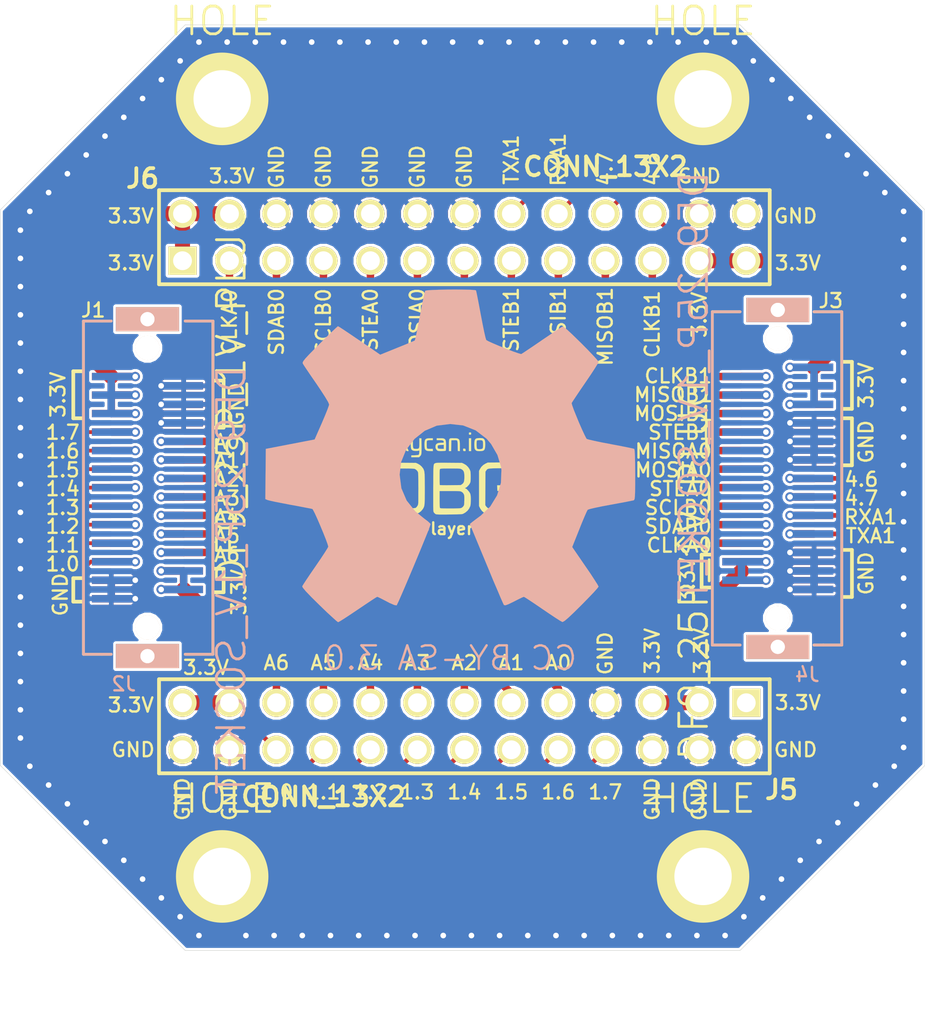
<source format=kicad_pcb>
(kicad_pcb (version 3) (host pcbnew "(2013-09-06 BZR 4312)-stable")
  (title_block (title DBG) (date "10 nov   2013") (rev 1.0) (company Skycan))
  (layers (15 F.Cu signal) (2 Inner2.Cu signal hide) (1 Inner1.Cu signal hide) (0 B.Cu signal hide) (18 B.Paste user) (19 F.Paste user) (20 B.SilkS user) (21 F.SilkS user) (22 B.Mask user) (23 F.Mask user) (28 Edge.Cuts user))
  (net 0 "")
  (net 1 +3.3V)
  (net 2 A0)
  (net 3 A1)
  (net 4 A2)
  (net 5 A3)
  (net 6 A4)
  (net 7 A5)
  (net 8 A6)
  (net 9 CLKA0)
  (net 10 CLKB1)
  (net 11 GND)
  (net 12 P1.0)
  (net 13 P1.1)
  (net 14 P1.2)
  (net 15 P1.3)
  (net 16 P1.4)
  (net 17 P1.5)
  (net 18 P1.6)
  (net 19 P1.7)
  (net 20 P4.6)
  (net 21 P4.7)
  (net 22 RXA1)
  (net 23 SCLB0)
  (net 24 SDAB0)
  (net 25 SIMOA0)
  (net 26 SIMOB1)
  (net 27 SOMIA0)
  (net 28 SOMIB1)
  (net 29 STEA0)
  (net 30 STEB1)
  (net 31 TXA1)
  (module DF9-25P-1V-plug (layer F.Cu) (at 106 109 270)
    (fp_text reference J1 (at -3.59 0.971 360) (layer F.SilkS) (effects (font (size 0.762 0.762) (thickness 0.127))))
    (fp_text value DF9_25P_1V_PLUG (at 1 -6.5 270) (layer F.SilkS) (effects (font (size 1.5 1.5))))
    (pad 1 smd rect (at 0 0 270) (size 0.4 2.08) (layers F.Cu F.Paste F.Mask) (net 1 +3.3V))
    (pad 2 smd rect (at 1 0 270) (size 0.4 2.08) (layers F.Cu F.Paste F.Mask) (net 1 +3.3V))
    (pad 3 smd rect (at 2 0 270) (size 0.4 2.08) (layers F.Cu F.Paste F.Mask) (net 1 +3.3V))
    (pad 4 smd rect (at 3 0 270) (size 0.4 2.08) (layers F.Cu F.Paste F.Mask) (net 19 P1.7))
    (pad 5 smd rect (at 4 0 270) (size 0.4 2.08) (layers F.Cu F.Paste F.Mask) (net 18 P1.6))
    (pad 6 smd rect (at 5 0 270) (size 0.4 2.08) (layers F.Cu F.Paste F.Mask) (net 17 P1.5))
    (pad 7 smd rect (at 6 0 270) (size 0.4 2.08) (layers F.Cu F.Paste F.Mask) (net 16 P1.4))
    (pad 8 smd rect (at 7 0 270) (size 0.4 2.08) (layers F.Cu F.Paste F.Mask) (net 15 P1.3))
    (pad 9 smd rect (at 8 0 270) (size 0.4 2.08) (layers F.Cu F.Paste F.Mask) (net 14 P1.2))
    (pad 10 smd rect (at 9 0 270) (size 0.4 2.08) (layers F.Cu F.Paste F.Mask) (net 13 P1.1))
    (pad 11 smd rect (at 10 0 270) (size 0.4 2.08) (layers F.Cu F.Paste F.Mask) (net 12 P1.0))
    (pad 12 smd rect (at 11 0 270) (size 0.4 2.08) (layers F.Cu F.Paste F.Mask) (net 11 GND))
    (pad 13 smd rect (at 12 0 270) (size 0.4 2.08) (layers F.Cu F.Paste F.Mask) (net 11 GND))
    (pad 14 smd rect (at 11.5 -3.92 270) (size 0.4 2.08) (layers F.Cu F.Paste F.Mask) (net 1 +3.3V))
    (pad 15 smd rect (at 10.5 -3.92 270) (size 0.4 2.08) (layers F.Cu F.Paste F.Mask) (net 1 +3.3V))
    (pad 16 smd rect (at 9.5 -3.92 270) (size 0.4 2.08) (layers F.Cu F.Paste F.Mask) (net 8 A6))
    (pad 17 smd rect (at 8.5 -3.92 270) (size 0.4 2.08) (layers F.Cu F.Paste F.Mask) (net 7 A5))
    (pad 18 smd rect (at 7.5 -3.92 270) (size 0.4 2.08) (layers F.Cu F.Paste F.Mask) (net 6 A4))
    (pad 19 smd rect (at 6.5 -3.92 270) (size 0.4 2.08) (layers F.Cu F.Paste F.Mask) (net 5 A3))
    (pad 20 smd rect (at 5.5 -3.92 270) (size 0.4 2.08) (layers F.Cu F.Paste F.Mask) (net 4 A2))
    (pad 21 smd rect (at 4.5 -3.92 270) (size 0.4 2.08) (layers F.Cu F.Paste F.Mask) (net 3 A1))
    (pad 22 smd rect (at 3.5 -3.92 270) (size 0.4 2.08) (layers F.Cu F.Paste F.Mask) (net 2 A0))
    (pad 23 smd rect (at 2.5 -3.92 270) (size 0.4 2.08) (layers F.Cu F.Paste F.Mask) (net 11 GND))
    (pad 24 smd rect (at 1.5 -3.92 270) (size 0.4 2.08) (layers F.Cu F.Paste F.Mask) (net 11 GND))
    (pad 25 smd rect (at 0.5 -3.92 270) (size 0.4 2.08) (layers F.Cu F.Paste F.Mask) (net 11 GND))
    (pad "" np_thru_hole circle (at -1.55 -1.96 270) (size 1.3 1.3) (drill 1.3) (layers *.Cu *.Mask F.SilkS))
    (pad "" np_thru_hole circle (at 13.55 -1.96 270) (size 1.3 1.3) (drill 1.3) (layers *.Cu *.Mask F.SilkS))
    (pad "" np_thru_hole rect (at -3.1 -1.96 270) (size 1.3 3.4) (drill 0.762) (layers *.Cu *.Mask F.SilkS))
    (pad "" np_thru_hole rect (at 15.1 -1.96 270) (size 1.3 3.4) (drill 0.762) (layers *.Cu *.Mask F.SilkS))
  )
  (module DF9-25P-1V-socket (layer B.Cu) (at 106 121 90)
    (fp_text reference J2 (at -4.603 0.68 180) (layer B.SilkS) (effects (font (size 0.762 0.762) (thickness 0.127)) (justify mirror)))
    (fp_text value DF9_25P_1V_SOCKET (at 1 6.5 90) (layer B.SilkS) (effects (font (size 1.5 1.5)) (justify mirror)))
    (pad 13 smd rect (at 0 0 90) (size 0.4 2.08) (layers B.Cu B.Paste B.Mask) (net 11 GND))
    (pad 12 smd rect (at 1 0 90) (size 0.4 2.08) (layers B.Cu B.Paste B.Mask) (net 11 GND))
    (pad 11 smd rect (at 2 0 90) (size 0.4 2.08) (layers B.Cu B.Paste B.Mask) (net 12 P1.0))
    (pad 10 smd rect (at 3 0 90) (size 0.4 2.08) (layers B.Cu B.Paste B.Mask) (net 13 P1.1))
    (pad 9 smd rect (at 4 0 90) (size 0.4 2.08) (layers B.Cu B.Paste B.Mask) (net 14 P1.2))
    (pad 8 smd rect (at 5 0 90) (size 0.4 2.08) (layers B.Cu B.Paste B.Mask) (net 15 P1.3))
    (pad 7 smd rect (at 6 0 90) (size 0.4 2.08) (layers B.Cu B.Paste B.Mask) (net 16 P1.4))
    (pad 6 smd rect (at 7 0 90) (size 0.4 2.08) (layers B.Cu B.Paste B.Mask) (net 17 P1.5))
    (pad 5 smd rect (at 8 0 90) (size 0.4 2.08) (layers B.Cu B.Paste B.Mask) (net 18 P1.6))
    (pad 4 smd rect (at 9 0 90) (size 0.4 2.08) (layers B.Cu B.Paste B.Mask) (net 19 P1.7))
    (pad 3 smd rect (at 10 0 90) (size 0.4 2.08) (layers B.Cu B.Paste B.Mask) (net 1 +3.3V))
    (pad 2 smd rect (at 11 0 90) (size 0.4 2.08) (layers B.Cu B.Paste B.Mask) (net 1 +3.3V))
    (pad 1 smd rect (at 12 0 90) (size 0.4 2.08) (layers B.Cu B.Paste B.Mask) (net 1 +3.3V))
    (pad 25 smd rect (at 11.5 3.92 90) (size 0.4 2.08) (layers B.Cu B.Paste B.Mask) (net 11 GND))
    (pad 24 smd rect (at 10.5 3.92 90) (size 0.4 2.08) (layers B.Cu B.Paste B.Mask) (net 11 GND))
    (pad 23 smd rect (at 9.5 3.92 90) (size 0.4 2.08) (layers B.Cu B.Paste B.Mask) (net 11 GND))
    (pad 22 smd rect (at 8.5 3.92 90) (size 0.4 2.08) (layers B.Cu B.Paste B.Mask) (net 2 A0))
    (pad 21 smd rect (at 7.5 3.92 90) (size 0.4 2.08) (layers B.Cu B.Paste B.Mask) (net 3 A1))
    (pad 20 smd rect (at 6.5 3.92 90) (size 0.4 2.08) (layers B.Cu B.Paste B.Mask) (net 4 A2))
    (pad 19 smd rect (at 5.5 3.92 90) (size 0.4 2.08) (layers B.Cu B.Paste B.Mask) (net 5 A3))
    (pad 18 smd rect (at 4.5 3.92 90) (size 0.4 2.08) (layers B.Cu B.Paste B.Mask) (net 6 A4))
    (pad 17 smd rect (at 3.5 3.92 90) (size 0.4 2.08) (layers B.Cu B.Paste B.Mask) (net 7 A5))
    (pad 16 smd rect (at 2.5 3.92 90) (size 0.4 2.08) (layers B.Cu B.Paste B.Mask) (net 8 A6))
    (pad 15 smd rect (at 1.5 3.92 90) (size 0.4 2.08) (layers B.Cu B.Paste B.Mask) (net 1 +3.3V))
    (pad 14 smd rect (at 0.5 3.92 90) (size 0.4 2.08) (layers B.Cu B.Paste B.Mask) (net 1 +3.3V))
    (pad "" np_thru_hole circle (at -1.55 1.96 90) (size 1.3 1.3) (drill 1.3) (layers *.Cu *.Mask B.SilkS))
    (pad "" np_thru_hole circle (at 13.55 1.96 90) (size 1.3 1.3) (drill 1.3) (layers *.Cu *.Mask B.SilkS))
    (pad "" np_thru_hole rect (at -3.1 1.96 90) (size 1.3 3.4) (drill 0.762) (layers *.Cu *.Mask B.SilkS))
    (pad "" np_thru_hole rect (at 15.1 1.96 90) (size 1.3 3.4) (drill 0.762) (layers *.Cu *.Mask B.SilkS))
  )
  (module DF9-25P-1V-plug (layer F.Cu) (at 144 120.5 90)
    (fp_text reference J3 (at 15.598 0.907 180) (layer F.SilkS) (effects (font (size 0.762 0.762) (thickness 0.127))))
    (fp_text value DF9_25P_1V_PLUG (at 1 -6.5 90) (layer F.SilkS) (effects (font (size 1.5 1.5))))
    (pad 1 smd rect (at 0 0 90) (size 0.4 2.08) (layers F.Cu F.Paste F.Mask) (net 11 GND))
    (pad 2 smd rect (at 1 0 90) (size 0.4 2.08) (layers F.Cu F.Paste F.Mask) (net 11 GND))
    (pad 3 smd rect (at 2 0 90) (size 0.4 2.08) (layers F.Cu F.Paste F.Mask) (net 11 GND))
    (pad 4 smd rect (at 3 0 90) (size 0.4 2.08) (layers F.Cu F.Paste F.Mask) (net 31 TXA1))
    (pad 5 smd rect (at 4 0 90) (size 0.4 2.08) (layers F.Cu F.Paste F.Mask) (net 22 RXA1))
    (pad 6 smd rect (at 5 0 90) (size 0.4 2.08) (layers F.Cu F.Paste F.Mask) (net 21 P4.7))
    (pad 7 smd rect (at 6 0 90) (size 0.4 2.08) (layers F.Cu F.Paste F.Mask) (net 20 P4.6))
    (pad 8 smd rect (at 7 0 90) (size 0.4 2.08) (layers F.Cu F.Paste F.Mask) (net 11 GND))
    (pad 9 smd rect (at 8 0 90) (size 0.4 2.08) (layers F.Cu F.Paste F.Mask) (net 11 GND))
    (pad 10 smd rect (at 9 0 90) (size 0.4 2.08) (layers F.Cu F.Paste F.Mask) (net 11 GND))
    (pad 11 smd rect (at 10 0 90) (size 0.4 2.08) (layers F.Cu F.Paste F.Mask) (net 1 +3.3V))
    (pad 12 smd rect (at 11 0 90) (size 0.4 2.08) (layers F.Cu F.Paste F.Mask) (net 1 +3.3V))
    (pad 13 smd rect (at 12 0 90) (size 0.4 2.08) (layers F.Cu F.Paste F.Mask) (net 1 +3.3V))
    (pad 14 smd rect (at 11.5 -3.92 90) (size 0.4 2.08) (layers F.Cu F.Paste F.Mask) (net 10 CLKB1))
    (pad 15 smd rect (at 10.5 -3.92 90) (size 0.4 2.08) (layers F.Cu F.Paste F.Mask) (net 28 SOMIB1))
    (pad 16 smd rect (at 9.5 -3.92 90) (size 0.4 2.08) (layers F.Cu F.Paste F.Mask) (net 26 SIMOB1))
    (pad 17 smd rect (at 8.5 -3.92 90) (size 0.4 2.08) (layers F.Cu F.Paste F.Mask) (net 30 STEB1))
    (pad 18 smd rect (at 7.5 -3.92 90) (size 0.4 2.08) (layers F.Cu F.Paste F.Mask) (net 27 SOMIA0))
    (pad 19 smd rect (at 6.5 -3.92 90) (size 0.4 2.08) (layers F.Cu F.Paste F.Mask) (net 25 SIMOA0))
    (pad 20 smd rect (at 5.5 -3.92 90) (size 0.4 2.08) (layers F.Cu F.Paste F.Mask) (net 29 STEA0))
    (pad 21 smd rect (at 4.5 -3.92 90) (size 0.4 2.08) (layers F.Cu F.Paste F.Mask) (net 23 SCLB0))
    (pad 22 smd rect (at 3.5 -3.92 90) (size 0.4 2.08) (layers F.Cu F.Paste F.Mask) (net 24 SDAB0))
    (pad 23 smd rect (at 2.5 -3.92 90) (size 0.4 2.08) (layers F.Cu F.Paste F.Mask) (net 9 CLKA0))
    (pad 24 smd rect (at 1.5 -3.92 90) (size 0.4 2.08) (layers F.Cu F.Paste F.Mask) (net 1 +3.3V))
    (pad 25 smd rect (at 0.5 -3.92 90) (size 0.4 2.08) (layers F.Cu F.Paste F.Mask) (net 1 +3.3V))
    (pad "" np_thru_hole circle (at -1.55 -1.96 90) (size 1.3 1.3) (drill 1.3) (layers *.Cu *.Mask F.SilkS))
    (pad "" np_thru_hole circle (at 13.55 -1.96 90) (size 1.3 1.3) (drill 1.3) (layers *.Cu *.Mask F.SilkS))
    (pad "" np_thru_hole rect (at -3.1 -1.96 90) (size 1.3 3.4) (drill 0.762) (layers *.Cu *.Mask F.SilkS))
    (pad "" np_thru_hole rect (at 15.1 -1.96 90) (size 1.3 3.4) (drill 0.762) (layers *.Cu *.Mask F.SilkS))
  )
  (module DF9-25P-1V-socket (layer B.Cu) (at 144 108.5 270)
    (fp_text reference J4 (at 16.595 0.363 360) (layer B.SilkS) (effects (font (size 0.762 0.762) (thickness 0.127)) (justify mirror)))
    (fp_text value DF9_25P_1V_SOCKET (at 1 6.5 270) (layer B.SilkS) (effects (font (size 1.5 1.5)) (justify mirror)))
    (pad 13 smd rect (at 0 0 270) (size 0.4 2.08) (layers B.Cu B.Paste B.Mask) (net 1 +3.3V))
    (pad 12 smd rect (at 1 0 270) (size 0.4 2.08) (layers B.Cu B.Paste B.Mask) (net 1 +3.3V))
    (pad 11 smd rect (at 2 0 270) (size 0.4 2.08) (layers B.Cu B.Paste B.Mask) (net 1 +3.3V))
    (pad 10 smd rect (at 3 0 270) (size 0.4 2.08) (layers B.Cu B.Paste B.Mask) (net 11 GND))
    (pad 9 smd rect (at 4 0 270) (size 0.4 2.08) (layers B.Cu B.Paste B.Mask) (net 11 GND))
    (pad 8 smd rect (at 5 0 270) (size 0.4 2.08) (layers B.Cu B.Paste B.Mask) (net 11 GND))
    (pad 7 smd rect (at 6 0 270) (size 0.4 2.08) (layers B.Cu B.Paste B.Mask) (net 20 P4.6))
    (pad 6 smd rect (at 7 0 270) (size 0.4 2.08) (layers B.Cu B.Paste B.Mask) (net 21 P4.7))
    (pad 5 smd rect (at 8 0 270) (size 0.4 2.08) (layers B.Cu B.Paste B.Mask) (net 22 RXA1))
    (pad 4 smd rect (at 9 0 270) (size 0.4 2.08) (layers B.Cu B.Paste B.Mask) (net 31 TXA1))
    (pad 3 smd rect (at 10 0 270) (size 0.4 2.08) (layers B.Cu B.Paste B.Mask) (net 11 GND))
    (pad 2 smd rect (at 11 0 270) (size 0.4 2.08) (layers B.Cu B.Paste B.Mask) (net 11 GND))
    (pad 1 smd rect (at 12 0 270) (size 0.4 2.08) (layers B.Cu B.Paste B.Mask) (net 11 GND))
    (pad 25 smd rect (at 11.5 3.92 270) (size 0.4 2.08) (layers B.Cu B.Paste B.Mask) (net 1 +3.3V))
    (pad 24 smd rect (at 10.5 3.92 270) (size 0.4 2.08) (layers B.Cu B.Paste B.Mask) (net 1 +3.3V))
    (pad 23 smd rect (at 9.5 3.92 270) (size 0.4 2.08) (layers B.Cu B.Paste B.Mask) (net 9 CLKA0))
    (pad 22 smd rect (at 8.5 3.92 270) (size 0.4 2.08) (layers B.Cu B.Paste B.Mask) (net 24 SDAB0))
    (pad 21 smd rect (at 7.5 3.92 270) (size 0.4 2.08) (layers B.Cu B.Paste B.Mask) (net 23 SCLB0))
    (pad 20 smd rect (at 6.5 3.92 270) (size 0.4 2.08) (layers B.Cu B.Paste B.Mask) (net 29 STEA0))
    (pad 19 smd rect (at 5.5 3.92 270) (size 0.4 2.08) (layers B.Cu B.Paste B.Mask) (net 25 SIMOA0))
    (pad 18 smd rect (at 4.5 3.92 270) (size 0.4 2.08) (layers B.Cu B.Paste B.Mask) (net 27 SOMIA0))
    (pad 17 smd rect (at 3.5 3.92 270) (size 0.4 2.08) (layers B.Cu B.Paste B.Mask) (net 30 STEB1))
    (pad 16 smd rect (at 2.5 3.92 270) (size 0.4 2.08) (layers B.Cu B.Paste B.Mask) (net 26 SIMOB1))
    (pad 15 smd rect (at 1.5 3.92 270) (size 0.4 2.08) (layers B.Cu B.Paste B.Mask) (net 28 SOMIB1))
    (pad 14 smd rect (at 0.5 3.92 270) (size 0.4 2.08) (layers B.Cu B.Paste B.Mask) (net 10 CLKB1))
    (pad "" np_thru_hole circle (at -1.55 1.96 270) (size 1.3 1.3) (drill 1.3) (layers *.Cu *.Mask B.SilkS))
    (pad "" np_thru_hole circle (at 13.55 1.96 270) (size 1.3 1.3) (drill 1.3) (layers *.Cu *.Mask B.SilkS))
    (pad "" np_thru_hole rect (at -3.1 1.96 270) (size 1.3 3.4) (drill 0.762) (layers *.Cu *.Mask B.SilkS))
    (pad "" np_thru_hole rect (at 15.1 1.96 270) (size 1.3 3.4) (drill 0.762) (layers *.Cu *.Mask B.SilkS))
  )
  (module mountinghole-3mm (layer F.Cu) (at 112 94)
    (fp_text reference H1 hide)
    (fp_text value HOLE (at 0 -4.2) (layer F.SilkS) (effects (font (size 1.5 1.5))))
    (pad 1 thru_hole circle (at 0 0) (size 5 5) (drill 3.1) (layers *.Cu *.Mask F.SilkS) (net 11 GND))
  )
  (module mountinghole-3mm (layer F.Cu) (at 138 94)
    (fp_text reference H2 hide)
    (fp_text value HOLE (at 0 -4.2) (layer F.SilkS) (effects (font (size 1.5 1.5))))
    (pad 1 thru_hole circle (at 0 0) (size 5 5) (drill 3.1) (layers *.Cu *.Mask F.SilkS) (net 11 GND))
  )
  (module mountinghole-3mm (layer F.Cu) (at 138 136)
    (fp_text reference H3 hide)
    (fp_text value HOLE (at 0 -4.2) (layer F.SilkS) (effects (font (size 1.5 1.5))))
    (pad 1 thru_hole circle (at 0 0) (size 5 5) (drill 3.1) (layers *.Cu *.Mask F.SilkS) (net 11 GND))
  )
  (module mountinghole-3mm (layer F.Cu) (at 112 136)
    (fp_text reference H4 hide)
    (fp_text value HOLE (at 0 -4.2) (layer F.SilkS) (effects (font (size 1.5 1.5))))
    (pad 1 thru_hole circle (at 0 0) (size 5 5) (drill 3.1) (layers *.Cu *.Mask F.SilkS) (net 11 GND))
  )
  (module pin_array_13x2 (layer F.Cu) (at 125.095 127.889 180)
    (fp_text reference J5 (at -17.145 -3.429 180) (layer F.SilkS) (effects (font (size 1.016 1.016) (thickness 0.2032))))
    (fp_text value CONN_13X2 (at 7.62 -3.81 180) (layer F.SilkS) (effects (font (size 1.016 1.016) (thickness 0.2032))))
    (pad 1 thru_hole rect (at -15.24 1.27 180) (size 1.524 1.524) (drill 1.016) (layers *.Cu *.Mask F.SilkS) (net 1 +3.3V))
    (pad 2 thru_hole circle (at -15.24 -1.27 180) (size 1.524 1.524) (drill 1.016) (layers *.Cu *.Mask F.SilkS) (net 11 GND))
    (pad 3 thru_hole circle (at -12.7 1.27 180) (size 1.524 1.524) (drill 1.016) (layers *.Cu *.Mask F.SilkS) (net 1 +3.3V))
    (pad 4 thru_hole circle (at -12.7 -1.27 180) (size 1.524 1.524) (drill 1.016) (layers *.Cu *.Mask F.SilkS) (net 11 GND))
    (pad 5 thru_hole circle (at -10.16 1.27 180) (size 1.524 1.524) (drill 1.016) (layers *.Cu *.Mask F.SilkS) (net 1 +3.3V))
    (pad 6 thru_hole circle (at -10.16 -1.27 180) (size 1.524 1.524) (drill 1.016) (layers *.Cu *.Mask F.SilkS) (net 11 GND))
    (pad 7 thru_hole circle (at -7.62 1.27 180) (size 1.524 1.524) (drill 1.016) (layers *.Cu *.Mask F.SilkS) (net 11 GND))
    (pad 8 thru_hole circle (at -7.62 -1.27 180) (size 1.524 1.524) (drill 1.016) (layers *.Cu *.Mask F.SilkS) (net 19 P1.7))
    (pad 9 thru_hole circle (at -5.08 1.27 180) (size 1.524 1.524) (drill 1.016) (layers *.Cu *.Mask F.SilkS) (net 2 A0))
    (pad 10 thru_hole circle (at -5.08 -1.27 180) (size 1.524 1.524) (drill 1.016) (layers *.Cu *.Mask F.SilkS) (net 18 P1.6))
    (pad 11 thru_hole circle (at -2.54 1.27 180) (size 1.524 1.524) (drill 1.016) (layers *.Cu *.Mask F.SilkS) (net 3 A1))
    (pad 12 thru_hole circle (at -2.54 -1.27 180) (size 1.524 1.524) (drill 1.016) (layers *.Cu *.Mask F.SilkS) (net 17 P1.5))
    (pad 13 thru_hole circle (at 0 1.27 180) (size 1.524 1.524) (drill 1.016) (layers *.Cu *.Mask F.SilkS) (net 4 A2))
    (pad 14 thru_hole circle (at 0 -1.27 180) (size 1.524 1.524) (drill 1.016) (layers *.Cu *.Mask F.SilkS) (net 16 P1.4))
    (pad 15 thru_hole circle (at 2.54 1.27 180) (size 1.524 1.524) (drill 1.016) (layers *.Cu *.Mask F.SilkS) (net 5 A3))
    (pad 16 thru_hole circle (at 2.54 -1.27 180) (size 1.524 1.524) (drill 1.016) (layers *.Cu *.Mask F.SilkS) (net 15 P1.3))
    (pad 17 thru_hole circle (at 5.08 1.27 180) (size 1.524 1.524) (drill 1.016) (layers *.Cu *.Mask F.SilkS) (net 6 A4))
    (pad 18 thru_hole circle (at 5.08 -1.27 180) (size 1.524 1.524) (drill 1.016) (layers *.Cu *.Mask F.SilkS) (net 14 P1.2))
    (pad 19 thru_hole circle (at 7.62 1.27 180) (size 1.524 1.524) (drill 1.016) (layers *.Cu *.Mask F.SilkS) (net 7 A5))
    (pad 20 thru_hole circle (at 7.62 -1.27 180) (size 1.524 1.524) (drill 1.016) (layers *.Cu *.Mask F.SilkS) (net 13 P1.1))
    (pad 21 thru_hole circle (at 10.16 1.27 180) (size 1.524 1.524) (drill 1.016) (layers *.Cu *.Mask F.SilkS) (net 8 A6))
    (pad 22 thru_hole circle (at 10.16 -1.27 180) (size 1.524 1.524) (drill 1.016) (layers *.Cu *.Mask F.SilkS) (net 12 P1.0))
    (pad 23 thru_hole circle (at 12.7 1.27 180) (size 1.524 1.524) (drill 1.016) (layers *.Cu *.Mask F.SilkS) (net 1 +3.3V))
    (pad 24 thru_hole circle (at 12.7 -1.27 180) (size 1.524 1.524) (drill 1.016) (layers *.Cu *.Mask F.SilkS) (net 11 GND))
    (pad 25 thru_hole circle (at 15.24 1.27 180) (size 1.524 1.524) (drill 1.016) (layers *.Cu *.Mask F.SilkS) (net 1 +3.3V))
    (pad 26 thru_hole circle (at 15.24 -1.27 180) (size 1.524 1.524) (drill 1.016) (layers *.Cu *.Mask F.SilkS) (net 11 GND))
  )
  (module pin_array_13x2 (layer F.Cu) (at 125.095 101.473)
    (fp_text reference J6 (at -17.399 -3.175) (layer F.SilkS) (effects (font (size 1.016 1.016) (thickness 0.2032))))
    (fp_text value CONN_13X2 (at 7.62 -3.81) (layer F.SilkS) (effects (font (size 1.016 1.016) (thickness 0.2032))))
    (pad 1 thru_hole rect (at -15.24 1.27) (size 1.524 1.524) (drill 1.016) (layers *.Cu *.Mask F.SilkS) (net 1 +3.3V))
    (pad 2 thru_hole circle (at -15.24 -1.27) (size 1.524 1.524) (drill 1.016) (layers *.Cu *.Mask F.SilkS) (net 1 +3.3V))
    (pad 3 thru_hole circle (at -12.7 1.27) (size 1.524 1.524) (drill 1.016) (layers *.Cu *.Mask F.SilkS) (net 9 CLKA0))
    (pad 4 thru_hole circle (at -12.7 -1.27) (size 1.524 1.524) (drill 1.016) (layers *.Cu *.Mask F.SilkS) (net 1 +3.3V))
    (pad 5 thru_hole circle (at -10.16 1.27) (size 1.524 1.524) (drill 1.016) (layers *.Cu *.Mask F.SilkS) (net 24 SDAB0))
    (pad 6 thru_hole circle (at -10.16 -1.27) (size 1.524 1.524) (drill 1.016) (layers *.Cu *.Mask F.SilkS) (net 11 GND))
    (pad 7 thru_hole circle (at -7.62 1.27) (size 1.524 1.524) (drill 1.016) (layers *.Cu *.Mask F.SilkS) (net 23 SCLB0))
    (pad 8 thru_hole circle (at -7.62 -1.27) (size 1.524 1.524) (drill 1.016) (layers *.Cu *.Mask F.SilkS) (net 11 GND))
    (pad 9 thru_hole circle (at -5.08 1.27) (size 1.524 1.524) (drill 1.016) (layers *.Cu *.Mask F.SilkS) (net 29 STEA0))
    (pad 10 thru_hole circle (at -5.08 -1.27) (size 1.524 1.524) (drill 1.016) (layers *.Cu *.Mask F.SilkS) (net 11 GND))
    (pad 11 thru_hole circle (at -2.54 1.27) (size 1.524 1.524) (drill 1.016) (layers *.Cu *.Mask F.SilkS) (net 25 SIMOA0))
    (pad 12 thru_hole circle (at -2.54 -1.27) (size 1.524 1.524) (drill 1.016) (layers *.Cu *.Mask F.SilkS) (net 11 GND))
    (pad 13 thru_hole circle (at 0 1.27) (size 1.524 1.524) (drill 1.016) (layers *.Cu *.Mask F.SilkS) (net 27 SOMIA0))
    (pad 14 thru_hole circle (at 0 -1.27) (size 1.524 1.524) (drill 1.016) (layers *.Cu *.Mask F.SilkS) (net 11 GND))
    (pad 15 thru_hole circle (at 2.54 1.27) (size 1.524 1.524) (drill 1.016) (layers *.Cu *.Mask F.SilkS) (net 30 STEB1))
    (pad 16 thru_hole circle (at 2.54 -1.27) (size 1.524 1.524) (drill 1.016) (layers *.Cu *.Mask F.SilkS) (net 31 TXA1))
    (pad 17 thru_hole circle (at 5.08 1.27) (size 1.524 1.524) (drill 1.016) (layers *.Cu *.Mask F.SilkS) (net 26 SIMOB1))
    (pad 18 thru_hole circle (at 5.08 -1.27) (size 1.524 1.524) (drill 1.016) (layers *.Cu *.Mask F.SilkS) (net 22 RXA1))
    (pad 19 thru_hole circle (at 7.62 1.27) (size 1.524 1.524) (drill 1.016) (layers *.Cu *.Mask F.SilkS) (net 28 SOMIB1))
    (pad 20 thru_hole circle (at 7.62 -1.27) (size 1.524 1.524) (drill 1.016) (layers *.Cu *.Mask F.SilkS) (net 21 P4.7))
    (pad 21 thru_hole circle (at 10.16 1.27) (size 1.524 1.524) (drill 1.016) (layers *.Cu *.Mask F.SilkS) (net 10 CLKB1))
    (pad 22 thru_hole circle (at 10.16 -1.27) (size 1.524 1.524) (drill 1.016) (layers *.Cu *.Mask F.SilkS) (net 20 P4.6))
    (pad 23 thru_hole circle (at 12.7 1.27) (size 1.524 1.524) (drill 1.016) (layers *.Cu *.Mask F.SilkS) (net 1 +3.3V))
    (pad 24 thru_hole circle (at 12.7 -1.27) (size 1.524 1.524) (drill 1.016) (layers *.Cu *.Mask F.SilkS) (net 11 GND))
    (pad 25 thru_hole circle (at 15.24 1.27) (size 1.524 1.524) (drill 1.016) (layers *.Cu *.Mask F.SilkS) (net 1 +3.3V))
    (pad 26 thru_hole circle (at 15.24 -1.27) (size 1.524 1.524) (drill 1.016) (layers *.Cu *.Mask F.SilkS) (net 11 GND))
  )
  (module OSHW-logo_silkscreen-front_20mm (layer B.Cu) (at 124.333 113.284)
    (fp_text reference G*** hide)
    (fp_text value OSHW-logo_silkscreen-front_20mm hide)
  )
  (module skycan-dbg-logo (layer F.Cu) (at 125.095 113.792)
    (fp_text reference VAL hide)
    (fp_text value skycan-dbg-logo hide)
  )
  (gr_text 3.3V (at 107.061 100.33) (layer F.SilkS) (effects (font (size 0.762 0.762) (thickness 0.127))))
  (gr_text GND (at 137.795 98.171) (layer F.SilkS) (effects (font (size 0.762 0.762) (thickness 0.127))))
  (gr_text GND (at 143.002 100.33) (layer F.SilkS) (effects (font (size 0.762 0.762) (thickness 0.127))))
  (gr_text 3.3V (at 143.129 102.87) (layer F.SilkS) (effects (font (size 0.762 0.762) (thickness 0.127))))
  (gr_text 3.3V (at 137.795 105.664 90) (layer F.SilkS) (effects (font (size 0.762 0.762) (thickness 0.127))))
  (gr_text GND (at 125.095 97.663 90) (layer F.SilkS) (effects (font (size 0.762 0.762) (thickness 0.127))))
  (gr_text GND (at 122.555 97.663 90) (layer F.SilkS) (effects (font (size 0.762 0.762) (thickness 0.127))))
  (gr_text GND (at 120.015 97.663 90) (layer F.SilkS) (effects (font (size 0.762 0.762) (thickness 0.127))))
  (gr_text GND (at 117.475 97.663 90) (layer F.SilkS) (effects (font (size 0.762 0.762) (thickness 0.127))))
  (gr_text GND (at 114.935 97.663 90) (layer F.SilkS) (effects (font (size 0.762 0.762) (thickness 0.127))))
  (gr_text 3.3V (at 112.522 98.171) (layer F.SilkS) (effects (font (size 0.762 0.762) (thickness 0.127))))
  (gr_text 3.3V (at 107.061 102.87) (layer F.SilkS) (effects (font (size 0.762 0.762) (thickness 0.127))))
  (gr_text TXA1 (at 127.635 97.282 90) (layer F.SilkS) (effects (font (size 0.762 0.762) (thickness 0.127))))
  (gr_text RXA1 (at 130.175 97.282 90) (layer F.SilkS) (effects (font (size 0.762 0.762) (thickness 0.127))))
  (gr_text 4.7 (at 132.715 97.79 90) (layer F.SilkS) (effects (font (size 0.762 0.762) (thickness 0.127))))
  (gr_text 4.6 (at 135.255 97.79 90) (layer F.SilkS) (effects (font (size 0.762 0.762) (thickness 0.127))))
  (gr_text CLKA0 (at 112.395 106.045 90) (layer F.SilkS) (effects (font (size 0.762 0.762) (thickness 0.127))))
  (gr_text SDAB0 (at 114.935 106.045 90) (layer F.SilkS) (effects (font (size 0.762 0.762) (thickness 0.127))))
  (gr_text SCLB0 (at 117.475 106.045 90) (layer F.SilkS) (effects (font (size 0.762 0.762) (thickness 0.127))))
  (gr_text STEA0 (at 120.015 105.918 90) (layer F.SilkS) (effects (font (size 0.762 0.762) (thickness 0.127))))
  (gr_text MOSIA0 (at 122.555 106.299 90) (layer F.SilkS) (effects (font (size 0.762 0.762) (thickness 0.127))))
  (gr_text MISOA0 (at 125.095 106.299 90) (layer F.SilkS) (effects (font (size 0.762 0.762) (thickness 0.127))))
  (gr_text STEB1 (at 127.635 105.918 90) (layer F.SilkS) (effects (font (size 0.762 0.762) (thickness 0.127))))
  (gr_text MOSIB1 (at 130.175 106.299 90) (layer F.SilkS) (effects (font (size 0.762 0.762) (thickness 0.127))))
  (gr_text MISOB1 (at 132.715 106.299 90) (layer F.SilkS) (effects (font (size 0.762 0.762) (thickness 0.127))))
  (gr_text CLKB1 (at 135.255 106.172 90) (layer F.SilkS) (effects (font (size 0.762 0.762) (thickness 0.127))))
  (gr_text GND (at 107.188 129.159) (layer F.SilkS) (effects (font (size 0.762 0.762) (thickness 0.127))))
  (gr_text 3.3V (at 107.061 126.746) (layer F.SilkS) (effects (font (size 0.762 0.762) (thickness 0.127))))
  (gr_text 3.3V (at 111.125 124.714) (layer F.SilkS) (effects (font (size 0.762 0.762) (thickness 0.127))))
  (gr_text GND (at 109.855 131.826 90) (layer F.SilkS) (effects (font (size 0.762 0.762) (thickness 0.127))))
  (gr_text GND (at 112.395 131.826 90) (layer F.SilkS) (effects (font (size 0.762 0.762) (thickness 0.127))))
  (gr_text 1.7 (at 132.715 131.445) (layer F.SilkS) (effects (font (size 0.762 0.762) (thickness 0.127))))
  (gr_text 1.6 (at 130.175 131.445) (layer F.SilkS) (effects (font (size 0.762 0.762) (thickness 0.127))))
  (gr_text 1.5 (at 127.635 131.445) (layer F.SilkS) (effects (font (size 0.762 0.762) (thickness 0.127))))
  (gr_text 1.4 (at 125.095 131.445) (layer F.SilkS) (effects (font (size 0.762 0.762) (thickness 0.127))))
  (gr_text 1.3 (at 122.555 131.445) (layer F.SilkS) (effects (font (size 0.762 0.762) (thickness 0.127))))
  (gr_text 1.2 (at 120.015 131.445) (layer F.SilkS) (effects (font (size 0.762 0.762) (thickness 0.127))))
  (gr_text 1.1 (at 117.475 131.445) (layer F.SilkS) (effects (font (size 0.762 0.762) (thickness 0.127))))
  (gr_text 1.0 (at 114.935 131.445) (layer F.SilkS) (effects (font (size 0.762 0.762) (thickness 0.127))))
  (gr_text 3.3V (at 143.129 126.619) (layer F.SilkS) (effects (font (size 0.762 0.762) (thickness 0.127))))
  (gr_text GND (at 143.002 129.159) (layer F.SilkS) (effects (font (size 0.762 0.762) (thickness 0.127))))
  (gr_text GND (at 137.795 131.826 90) (layer F.SilkS) (effects (font (size 0.762 0.762) (thickness 0.127))))
  (gr_text GND (at 135.255 131.826 90) (layer F.SilkS) (effects (font (size 0.762 0.762) (thickness 0.127))))
  (gr_text 3.3V (at 137.922 123.825 90) (layer F.SilkS) (effects (font (size 0.762 0.762) (thickness 0.127))))
  (gr_text 3.3V (at 135.255 123.825 90) (layer F.SilkS) (effects (font (size 0.762 0.762) (thickness 0.127))))
  (gr_text GND (at 132.715 123.952 90) (layer F.SilkS) (effects (font (size 0.762 0.762) (thickness 0.127))))
  (gr_text A0 (at 130.175 124.46) (layer F.SilkS) (effects (font (size 0.762 0.762) (thickness 0.127))))
  (gr_text A1 (at 127.635 124.46) (layer F.SilkS) (effects (font (size 0.762 0.762) (thickness 0.127))))
  (gr_text A2 (at 125.095 124.46) (layer F.SilkS) (effects (font (size 0.762 0.762) (thickness 0.127))))
  (gr_text A3 (at 122.555 124.46) (layer F.SilkS) (effects (font (size 0.762 0.762) (thickness 0.127))))
  (gr_text A4 (at 120.015 124.46) (layer F.SilkS) (effects (font (size 0.762 0.762) (thickness 0.127))))
  (gr_text A5 (at 117.475 124.46) (layer F.SilkS) (effects (font (size 0.762 0.762) (thickness 0.127))))
  (gr_text A6 (at 114.935 124.46) (layer F.SilkS) (effects (font (size 0.762 0.762) (thickness 0.127))))
  (target plus (at 125 144) (size 0.005) (width 0.0254) (layer Edge.Cuts))
  (gr_line (start 110 140) (end 100 130) (angle 90) (layer Edge.Cuts) (width 0.0254))
  (gr_line (start 140 140) (end 110 140) (angle 90) (layer Edge.Cuts) (width 0.0254))
  (gr_text "CC BY-SA 3.0" (at 124.333 124.206) (layer B.SilkS) (effects (font (size 1.27 1.27) (thickness 0.127)) (justify mirror)))
  (gr_text TXA1 (at 147.066 117.602) (layer F.SilkS) (effects (font (size 0.762 0.762) (thickness 0.127))))
  (gr_text RXA1 (at 147.066 116.586) (layer F.SilkS) (effects (font (size 0.762 0.762) (thickness 0.127))))
  (gr_text 4.7 (at 146.558 115.57) (layer F.SilkS) (effects (font (size 0.762 0.762) (thickness 0.127))))
  (gr_text 4.6 (at 146.558 114.554) (layer F.SilkS) (effects (font (size 0.762 0.762) (thickness 0.127))))
  (gr_text CLKA0 (at 136.7155 118.11) (layer F.SilkS) (effects (font (size 0.762 0.762) (thickness 0.127))))
  (gr_text SDAB0 (at 136.652 117.094) (layer F.SilkS) (effects (font (size 0.762 0.762) (thickness 0.127))))
  (gr_text SCLB0 (at 136.652 116.078) (layer F.SilkS) (effects (font (size 0.762 0.762) (thickness 0.127))))
  (gr_text STEA0 (at 136.779 115.062) (layer F.SilkS) (effects (font (size 0.762 0.762) (thickness 0.127))))
  (gr_text MOSIA0 (at 136.398 114.046) (layer F.SilkS) (effects (font (size 0.762 0.762) (thickness 0.127))))
  (gr_text MISOA0 (at 136.398 113.03) (layer F.SilkS) (effects (font (size 0.762 0.762) (thickness 0.127))))
  (gr_text STEB1 (at 136.779 112.014) (layer F.SilkS) (effects (font (size 0.762 0.762) (thickness 0.127))))
  (gr_text MOSIB1 (at 136.398 110.998) (layer F.SilkS) (effects (font (size 0.762 0.762) (thickness 0.127))))
  (gr_text MISOB1 (at 136.398 109.982) (layer F.SilkS) (effects (font (size 0.762 0.762) (thickness 0.127))))
  (gr_text CLKB1 (at 136.652 108.966) (layer F.SilkS) (effects (font (size 0.762 0.762) (thickness 0.127))))
  (gr_text 3.3V (at 137.16 120.015 90) (layer F.SilkS) (effects (font (size 0.762 0.762) (thickness 0.127))))
  (gr_line (start 137.922 120.396) (end 138.43 120.396) (angle 90) (layer F.SilkS) (width 0.2))
  (gr_line (start 137.922 118.618) (end 137.922 120.396) (angle 90) (layer F.SilkS) (width 0.2))
  (gr_line (start 138.43 118.618) (end 137.922 118.618) (angle 90) (layer F.SilkS) (width 0.2))
  (gr_text GND (at 146.812 119.634 90) (layer F.SilkS) (effects (font (size 0.762 0.762) (thickness 0.127))))
  (gr_line (start 146.05 118.364) (end 145.542 118.364) (angle 90) (layer F.SilkS) (width 0.2))
  (gr_line (start 146.05 120.904) (end 146.05 118.364) (angle 90) (layer F.SilkS) (width 0.2))
  (gr_line (start 145.542 120.904) (end 146.05 120.904) (angle 90) (layer F.SilkS) (width 0.2))
  (gr_text GND (at 146.812 112.522 90) (layer F.SilkS) (effects (font (size 0.762 0.762) (thickness 0.127))))
  (gr_line (start 146.05 111.252) (end 145.542 111.252) (angle 90) (layer F.SilkS) (width 0.2))
  (gr_line (start 146.05 113.792) (end 146.05 111.252) (angle 90) (layer F.SilkS) (width 0.2))
  (gr_line (start 145.542 113.792) (end 146.05 113.792) (angle 90) (layer F.SilkS) (width 0.2))
  (gr_text 3.3V (at 146.812 109.474 90) (layer F.SilkS) (effects (font (size 0.762 0.762) (thickness 0.127))))
  (gr_line (start 146.05 108.204) (end 145.542 108.204) (angle 90) (layer F.SilkS) (width 0.2))
  (gr_line (start 146.05 110.744) (end 146.05 108.204) (angle 90) (layer F.SilkS) (width 0.2))
  (gr_line (start 145.542 110.744) (end 146.05 110.744) (angle 90) (layer F.SilkS) (width 0.2))
  (gr_text A6 (at 112.268 118.618) (layer F.SilkS) (effects (font (size 0.762 0.762) (thickness 0.127))))
  (gr_text A5 (at 112.268 117.602) (layer F.SilkS) (effects (font (size 0.762 0.762) (thickness 0.127))))
  (gr_text A4 (at 112.268 116.586) (layer F.SilkS) (effects (font (size 0.762 0.762) (thickness 0.127))))
  (gr_text A3 (at 112.268 115.57) (layer F.SilkS) (effects (font (size 0.762 0.762) (thickness 0.127))))
  (gr_text A2 (at 112.268 114.554) (layer F.SilkS) (effects (font (size 0.762 0.762) (thickness 0.127))))
  (gr_text A1 (at 112.268 113.538) (layer F.SilkS) (effects (font (size 0.762 0.762) (thickness 0.127))))
  (gr_text A0 (at 112.268 112.522) (layer F.SilkS) (effects (font (size 0.762 0.762) (thickness 0.127))))
  (gr_text 3.3V (at 112.903 120.65 90) (layer F.SilkS) (effects (font (size 0.762 0.762) (thickness 0.127))))
  (gr_line (start 112.0775 119.38) (end 111.5695 119.38) (angle 90) (layer F.SilkS) (width 0.2))
  (gr_line (start 112.0775 120.65) (end 112.0775 119.38) (angle 90) (layer F.SilkS) (width 0.2))
  (gr_line (start 111.5695 120.65) (end 112.0775 120.65) (angle 90) (layer F.SilkS) (width 0.2))
  (gr_text GND (at 103.251 120.777 90) (layer F.SilkS) (effects (font (size 0.762 0.762) (thickness 0.127))))
  (gr_line (start 103.9495 121.158) (end 104.4575 121.158) (angle 90) (layer F.SilkS) (width 0.2))
  (gr_line (start 103.9495 119.888) (end 103.9495 121.158) (angle 90) (layer F.SilkS) (width 0.2))
  (gr_line (start 104.4575 119.888) (end 103.9495 119.888) (angle 90) (layer F.SilkS) (width 0.2))
  (gr_text 1.0 (at 103.378 119.126) (layer F.SilkS) (effects (font (size 0.762 0.762) (thickness 0.127))))
  (gr_text 1.1 (at 103.378 118.11) (layer F.SilkS) (effects (font (size 0.762 0.762) (thickness 0.127))))
  (gr_text 1.2 (at 103.378 117.094) (layer F.SilkS) (effects (font (size 0.762 0.762) (thickness 0.127))))
  (gr_text 1.3 (at 103.378 116.078) (layer F.SilkS) (effects (font (size 0.762 0.762) (thickness 0.127))))
  (gr_text 1.4 (at 103.378 115.062) (layer F.SilkS) (effects (font (size 0.762 0.762) (thickness 0.127))))
  (gr_text 1.5 (at 103.378 114.046) (layer F.SilkS) (effects (font (size 0.762 0.762) (thickness 0.127))))
  (gr_text 1.6 (at 103.378 113.03) (layer F.SilkS) (effects (font (size 0.762 0.762) (thickness 0.127))))
  (gr_text 1.7 (at 103.378 112.014) (layer F.SilkS) (effects (font (size 0.762 0.762) (thickness 0.127))))
  (gr_text GND (at 112.776 110.49 90) (layer F.SilkS) (effects (font (size 0.762 0.762) (thickness 0.127))))
  (gr_line (start 112.0775 109.22) (end 111.5695 109.22) (angle 90) (layer F.SilkS) (width 0.2))
  (gr_line (start 112.0775 111.76) (end 112.0775 109.22) (angle 90) (layer F.SilkS) (width 0.2))
  (gr_line (start 111.5695 111.76) (end 112.0775 111.76) (angle 90) (layer F.SilkS) (width 0.2))
  (gr_text 3.3V (at 103.124 109.982 90) (layer F.SilkS) (effects (font (size 0.762 0.762) (thickness 0.127))))
  (gr_line (start 103.9495 108.712) (end 104.4575 108.712) (angle 90) (layer F.SilkS) (width 0.2))
  (gr_line (start 103.9495 111.252) (end 103.9495 108.712) (angle 90) (layer F.SilkS) (width 0.2))
  (gr_line (start 104.4575 111.252) (end 103.9495 111.252) (angle 90) (layer F.SilkS) (width 0.2))
  (gr_text "4-layer v1.0" (at 124.968 117.221) (layer F.SilkS) (effects (font (size 0.635 0.635) (thickness 0.127))))
  (gr_line (start 150 130) (end 140 140) (angle 90) (layer Edge.Cuts) (width 0.0254))
  (gr_line (start 150 100) (end 150 130) (angle 90) (layer Edge.Cuts) (width 0.0254))
  (gr_line (start 140 90) (end 150 100) (angle 90) (layer Edge.Cuts) (width 0.0254))
  (gr_line (start 110 90) (end 140 90) (angle 90) (layer Edge.Cuts) (width 0.0254))
  (gr_line (start 100 100) (end 110 90) (angle 90) (layer Edge.Cuts) (width 0.0254))
  (gr_line (start 100 130) (end 100 100) (angle 90) (layer Edge.Cuts) (width 0.0254))
  (segment (start 140.335 102.743) (end 143.637 102.743) (width 0.8128) (layer F.Cu) (net 1))
  (segment (start 145.288 107.212) (end 144 108.5) (width 0.8128) (layer F.Cu) (net 1))
  (segment (start 145.288 104.394) (end 145.288 107.212) (width 0.8128) (layer F.Cu) (net 1))
  (segment (start 143.637 102.743) (end 145.288 104.394) (width 0.8128) (layer F.Cu) (net 1))
  (segment (start 137.795 102.743) (end 140.335 102.743) (width 0.8128) (layer F.Cu) (net 1))
  (segment (start 109.855 100.203) (end 108.331 100.203) (width 0.8128) (layer F.Cu) (net 1))
  (segment (start 104.394 107.394) (end 106 109) (width 0.8128) (layer F.Cu) (net 1))
  (segment (start 104.394 104.14) (end 104.394 107.394) (width 0.8128) (layer F.Cu) (net 1))
  (segment (start 108.331 100.203) (end 104.394 104.14) (width 0.8128) (layer F.Cu) (net 1))
  (segment (start 109.855 100.203) (end 109.855 102.743) (width 0.8128) (layer F.Cu) (net 1))
  (segment (start 112.395 100.203) (end 109.855 100.203) (width 0.8128) (layer F.Cu) (net 1))
  (segment (start 111.125 126.619) (end 111.125 121.705) (width 0.8128) (layer F.Cu) (net 1))
  (segment (start 111.125 121.705) (end 109.92 120.5) (width 0.8128) (layer F.Cu) (net 1))
  (segment (start 109.855 126.619) (end 111.125 126.619) (width 0.8128) (layer F.Cu) (net 1))
  (segment (start 111.125 126.619) (end 112.395 126.619) (width 0.8128) (layer F.Cu) (net 1))
  (segment (start 136.525 126.619) (end 136.525 123.062) (width 0.8128) (layer F.Cu) (net 1))
  (segment (start 137.795 121.792) (end 140.08 119.507) (width 0.8128) (layer F.Cu) (net 1))
  (segment (start 136.525 123.062) (end 137.795 121.792) (width 0.8128) (layer F.Cu) (net 1))
  (segment (start 135.255 126.619) (end 136.525 126.619) (width 0.8128) (layer F.Cu) (net 1))
  (segment (start 136.525 126.619) (end 137.795 126.619) (width 0.8128) (layer F.Cu) (net 1))
  (segment (start 144 110.5) (end 142.7 110.5) (width 0.4064) (layer B.Cu) (net 1))
  (segment (start 142.7 110.5) (end 144 110.5) (width 0.4064) (layer F.Cu) (net 1))
  (via (at 142.7 110.5) (size 0.508) (layers F.Cu B.Cu) (net 1))
  (segment (start 144 109.5) (end 142.7 109.5) (width 0.4064) (layer F.Cu) (net 1))
  (segment (start 142.7 109.5) (end 144 109.5) (width 0.4064) (layer B.Cu) (net 1))
  (via (at 142.7 109.5) (size 0.508) (layers F.Cu B.Cu) (net 1))
  (segment (start 144 108.5) (end 142.7 108.5) (width 0.4064) (layer B.Cu) (net 1))
  (via (at 142.7 108.5) (size 0.508) (layers F.Cu B.Cu) (net 1))
  (segment (start 142.7 108.5) (end 144 108.5) (width 0.4064) (layer F.Cu) (net 1))
  (segment (start 140.08 120) (end 141.4 120) (width 0.4064) (layer F.Cu) (net 1))
  (segment (start 141.4 120) (end 140.08 120) (width 0.4064) (layer B.Cu) (net 1))
  (via (at 141.4 120) (size 0.508) (layers F.Cu B.Cu) (net 1))
  (segment (start 140.08 119) (end 141.4 119) (width 0.4064) (layer B.Cu) (net 1))
  (segment (start 141.4 119) (end 140.08 119) (width 0.4064) (layer F.Cu) (net 1))
  (via (at 141.4 119) (size 0.508) (layers F.Cu B.Cu) (net 1))
  (segment (start 106 109) (end 107.3 109) (width 0.4064) (layer F.Cu) (net 1))
  (segment (start 107.3 109) (end 106 109) (width 0.4064) (layer B.Cu) (net 1))
  (via (at 107.3 109) (size 0.508) (layers F.Cu B.Cu) (net 1))
  (segment (start 106 110) (end 107.3 110) (width 0.4064) (layer B.Cu) (net 1))
  (segment (start 107.3 110) (end 106 110) (width 0.4064) (layer F.Cu) (net 1))
  (via (at 107.3 110) (size 0.508) (layers F.Cu B.Cu) (net 1))
  (segment (start 106 111) (end 107.3 111) (width 0.4064) (layer F.Cu) (net 1))
  (segment (start 107.3 111) (end 106 111) (width 0.4064) (layer B.Cu) (net 1))
  (via (at 107.3 111) (size 0.508) (layers F.Cu B.Cu) (net 1))
  (segment (start 109.92 120.5) (end 108.7 120.5) (width 0.4064) (layer B.Cu) (net 1))
  (segment (start 108.7 120.5) (end 109.92 120.5) (width 0.4064) (layer F.Cu) (net 1))
  (via (at 108.7 120.5) (size 0.508) (layers F.Cu B.Cu) (net 1))
  (segment (start 109.92 119.5) (end 108.7 119.5) (width 0.4064) (layer F.Cu) (net 1))
  (segment (start 108.7 119.5) (end 109.92 119.5) (width 0.4064) (layer B.Cu) (net 1))
  (via (at 108.7 119.5) (size 0.508) (layers F.Cu B.Cu) (net 1))
  (segment (start 106 109) (end 106 111) (width 0.3048) (layer F.Cu) (net 1))
  (segment (start 109.92 120.5) (end 109.975 120.5) (width 0.254) (layer B.Cu) (net 1))
  (segment (start 109.92 119.5) (end 109.92 120.5) (width 0.4064) (layer B.Cu) (net 1))
  (segment (start 109.92 119.5) (end 109.92 120.015) (width 0.4064) (layer F.Cu) (net 1))
  (segment (start 109.92 120.015) (end 109.92 120.5) (width 0.4064) (layer F.Cu) (net 1))
  (segment (start 109.92 119.5) (end 110.0054 119.5) (width 0.254) (layer B.Cu) (net 1))
  (segment (start 110.0054 119.5) (end 109.92 119.5) (width 0.254) (layer F.Cu) (net 1))
  (segment (start 144 110.5) (end 144 109.5) (width 0.4064) (layer F.Cu) (net 1))
  (segment (start 144 109.5) (end 144 108.5) (width 0.4064) (layer F.Cu) (net 1))
  (segment (start 144 108.5) (end 144 109.5) (width 0.4064) (layer F.Cu) (net 1))
  (segment (start 144 108.5) (end 144 109.5) (width 0.4064) (layer B.Cu) (net 1))
  (segment (start 144 109.5) (end 144 110.5) (width 0.4064) (layer B.Cu) (net 1))
  (segment (start 140.08 119) (end 140.08 120) (width 0.4064) (layer B.Cu) (net 1))
  (segment (start 106 111) (end 106 110) (width 0.4064) (layer B.Cu) (net 1))
  (segment (start 106 110) (end 106 109) (width 0.4064) (layer B.Cu) (net 1))
  (segment (start 106 111) (end 106 110) (width 0.4064) (layer F.Cu) (net 1))
  (segment (start 106 110) (end 106 109) (width 0.4064) (layer F.Cu) (net 1))
  (segment (start 140.08 119) (end 140.08 119.507) (width 0.4064) (layer F.Cu) (net 1))
  (segment (start 140.08 119.507) (end 140.08 120) (width 0.4064) (layer F.Cu) (net 1))
  (segment (start 130.175 126.619) (end 130.175 125.857) (width 0.4064) (layer F.Cu) (net 2))
  (segment (start 115.548 112.5) (end 109.92 112.5) (width 0.4064) (layer F.Cu) (net 2))
  (segment (start 128.016 124.968) (end 115.548 112.5) (width 0.4064) (layer F.Cu) (net 2))
  (segment (start 129.286 124.968) (end 128.016 124.968) (width 0.4064) (layer F.Cu) (net 2))
  (segment (start 130.175 125.857) (end 129.286 124.968) (width 0.4064) (layer F.Cu) (net 2))
  (segment (start 109.92 112.5) (end 108.7 112.5) (width 0.4064) (layer B.Cu) (net 2))
  (segment (start 108.7 112.5) (end 109.92 112.5) (width 0.4064) (layer F.Cu) (net 2))
  (via (at 108.7 112.5) (size 0.508) (layers F.Cu B.Cu) (net 2))
  (segment (start 127.635 126.619) (end 127.635 126.111) (width 0.4064) (layer F.Cu) (net 3))
  (segment (start 115.024 113.5) (end 109.92 113.5) (width 0.4064) (layer F.Cu) (net 3))
  (segment (start 127.635 126.111) (end 115.024 113.5) (width 0.4064) (layer F.Cu) (net 3))
  (segment (start 109.92 113.5) (end 108.7 113.5) (width 0.4064) (layer F.Cu) (net 3))
  (segment (start 108.7 113.5) (end 109.92 113.5) (width 0.4064) (layer B.Cu) (net 3))
  (via (at 108.7 113.5) (size 0.508) (layers F.Cu B.Cu) (net 3))
  (segment (start 125.095 126.619) (end 125.095 125.095) (width 0.4064) (layer F.Cu) (net 4))
  (segment (start 114.5 114.5) (end 109.92 114.5) (width 0.4064) (layer F.Cu) (net 4))
  (segment (start 125.095 125.095) (end 114.5 114.5) (width 0.4064) (layer F.Cu) (net 4))
  (segment (start 109.92 114.5) (end 108.7 114.5) (width 0.4064) (layer B.Cu) (net 4))
  (segment (start 108.7 114.5) (end 109.92 114.5) (width 0.4064) (layer F.Cu) (net 4))
  (via (at 108.7 114.5) (size 0.508) (layers F.Cu B.Cu) (net 4))
  (segment (start 122.555 126.619) (end 122.555 124.079) (width 0.4064) (layer F.Cu) (net 5))
  (segment (start 113.976 115.5) (end 109.92 115.5) (width 0.4064) (layer F.Cu) (net 5))
  (segment (start 122.555 124.079) (end 113.976 115.5) (width 0.4064) (layer F.Cu) (net 5))
  (segment (start 109.92 115.5) (end 108.7 115.5) (width 0.4064) (layer F.Cu) (net 5))
  (segment (start 108.7 115.5) (end 109.92 115.5) (width 0.4064) (layer B.Cu) (net 5))
  (via (at 108.7 115.5) (size 0.508) (layers F.Cu B.Cu) (net 5))
  (segment (start 120.015 126.619) (end 120.015 123.063) (width 0.4064) (layer F.Cu) (net 6))
  (segment (start 113.452 116.5) (end 109.92 116.5) (width 0.4064) (layer F.Cu) (net 6))
  (segment (start 120.015 123.063) (end 113.452 116.5) (width 0.4064) (layer F.Cu) (net 6))
  (segment (start 109.92 116.5) (end 108.7 116.5) (width 0.4064) (layer B.Cu) (net 6))
  (segment (start 108.7 116.5) (end 109.92 116.5) (width 0.4064) (layer F.Cu) (net 6))
  (via (at 108.7 116.5) (size 0.508) (layers F.Cu B.Cu) (net 6))
  (segment (start 117.475 126.619) (end 117.475 122.047) (width 0.4064) (layer F.Cu) (net 7))
  (segment (start 112.928 117.5) (end 109.92 117.5) (width 0.4064) (layer F.Cu) (net 7))
  (segment (start 117.475 122.047) (end 112.928 117.5) (width 0.4064) (layer F.Cu) (net 7))
  (segment (start 109.92 117.5) (end 108.7 117.5) (width 0.4064) (layer F.Cu) (net 7))
  (segment (start 108.7 117.5) (end 109.92 117.5) (width 0.4064) (layer B.Cu) (net 7))
  (via (at 108.7 117.5) (size 0.508) (layers F.Cu B.Cu) (net 7))
  (segment (start 114.935 126.619) (end 114.935 121.031) (width 0.4064) (layer F.Cu) (net 8))
  (segment (start 112.404 118.5) (end 109.92 118.5) (width 0.4064) (layer F.Cu) (net 8))
  (segment (start 114.935 121.031) (end 112.404 118.5) (width 0.4064) (layer F.Cu) (net 8))
  (segment (start 109.92 118.5) (end 108.7 118.5) (width 0.4064) (layer B.Cu) (net 8))
  (segment (start 108.7 118.5) (end 109.92 118.5) (width 0.4064) (layer F.Cu) (net 8))
  (via (at 108.7 118.5) (size 0.508) (layers F.Cu B.Cu) (net 8))
  (segment (start 140.08 118) (end 124.35 118) (width 0.4064) (layer F.Cu) (net 9))
  (segment (start 112.395 106.045) (end 112.395 102.743) (width 0.4064) (layer F.Cu) (net 9))
  (segment (start 124.35 118) (end 112.395 106.045) (width 0.4064) (layer F.Cu) (net 9))
  (segment (start 140.08 118) (end 141.4 118) (width 0.4064) (layer F.Cu) (net 9))
  (segment (start 141.4 118) (end 140.08 118) (width 0.4064) (layer B.Cu) (net 9))
  (via (at 141.4 118) (size 0.508) (layers F.Cu B.Cu) (net 9))
  (segment (start 140.08 109) (end 137.448 109) (width 0.4064) (layer F.Cu) (net 10))
  (segment (start 135.255 106.807) (end 135.255 102.743) (width 0.4064) (layer F.Cu) (net 10))
  (segment (start 137.448 109) (end 135.255 106.807) (width 0.4064) (layer F.Cu) (net 10))
  (segment (start 140.08 109) (end 141.4 109) (width 0.4064) (layer B.Cu) (net 10))
  (segment (start 141.4 109) (end 140.08 109) (width 0.4064) (layer F.Cu) (net 10))
  (via (at 141.4 109) (size 0.508) (layers F.Cu B.Cu) (net 10))
  (segment (start 144 120.5) (end 142.7 120.5) (width 0.4064) (layer B.Cu) (net 11))
  (segment (start 142.7 120.5) (end 144 120.5) (width 0.4064) (layer F.Cu) (net 11))
  (via (at 142.7 120.5) (size 0.508) (layers F.Cu B.Cu) (net 11))
  (segment (start 144 119.5) (end 142.7 119.5) (width 0.4064) (layer F.Cu) (net 11))
  (segment (start 142.7 119.5) (end 144 119.5) (width 0.4064) (layer B.Cu) (net 11))
  (via (at 142.7 119.5) (size 0.508) (layers F.Cu B.Cu) (net 11))
  (segment (start 144 118.5) (end 142.7 118.5) (width 0.4064) (layer B.Cu) (net 11))
  (segment (start 142.7 118.5) (end 144 118.5) (width 0.4064) (layer F.Cu) (net 11))
  (via (at 142.7 118.5) (size 0.508) (layers F.Cu B.Cu) (net 11))
  (segment (start 144 113.5) (end 142.7 113.5) (width 0.4064) (layer F.Cu) (net 11))
  (segment (start 142.7 113.5) (end 144 113.5) (width 0.4064) (layer B.Cu) (net 11))
  (via (at 142.7 113.5) (size 0.508) (layers F.Cu B.Cu) (net 11))
  (segment (start 144 112.5) (end 142.7 112.5) (width 0.4064) (layer B.Cu) (net 11))
  (segment (start 142.7 112.5) (end 144 112.5) (width 0.4064) (layer F.Cu) (net 11))
  (via (at 142.7 112.5) (size 0.508) (layers F.Cu B.Cu) (net 11))
  (segment (start 144 111.5) (end 142.7 111.5) (width 0.4064) (layer F.Cu) (net 11))
  (segment (start 142.7 111.5) (end 144 111.5) (width 0.4064) (layer B.Cu) (net 11))
  (via (at 142.7 111.5) (size 0.508) (layers F.Cu B.Cu) (net 11))
  (segment (start 106 120) (end 107.3 120) (width 0.4064) (layer B.Cu) (net 11))
  (segment (start 107.3 120) (end 106 120) (width 0.4064) (layer F.Cu) (net 11))
  (via (at 107.3 120) (size 0.508) (layers F.Cu B.Cu) (net 11))
  (segment (start 106 121) (end 107.3 121) (width 0.4064) (layer F.Cu) (net 11))
  (segment (start 107.3 121) (end 106 121) (width 0.4064) (layer B.Cu) (net 11))
  (via (at 107.3 121) (size 0.508) (layers F.Cu B.Cu) (net 11))
  (segment (start 109.92 111.5) (end 108.7 111.5) (width 0.4064) (layer F.Cu) (net 11))
  (segment (start 108.7 111.5) (end 109.92 111.5) (width 0.4064) (layer B.Cu) (net 11))
  (via (at 108.7 111.5) (size 0.508) (layers F.Cu B.Cu) (net 11))
  (segment (start 109.92 110.5) (end 108.7 110.5) (width 0.4064) (layer B.Cu) (net 11))
  (segment (start 108.7 110.5) (end 109.92 110.5) (width 0.4064) (layer F.Cu) (net 11))
  (via (at 108.7 110.5) (size 0.508) (layers F.Cu B.Cu) (net 11))
  (segment (start 109.92 109.5) (end 108.7 109.5) (width 0.4064) (layer F.Cu) (net 11))
  (segment (start 108.7 109.5) (end 109.92 109.5) (width 0.4064) (layer B.Cu) (net 11))
  (via (at 108.7 109.5) (size 0.508) (layers F.Cu B.Cu) (net 11))
  (segment (start 139.192 139.192) (end 137.668 139.192) (width 0.2032) (layer F.Cu) (net 11))
  (segment (start 148.844 129.54) (end 148.336 130.048) (width 0.2032) (layer F.Cu) (net 11))
  (via (at 148.336 130.048) (size 0.508) (layers F.Cu B.Cu) (net 11))
  (segment (start 148.336 130.048) (end 147.32 131.064) (width 0.2032) (layer B.Cu) (net 11))
  (via (at 147.32 131.064) (size 0.508) (layers F.Cu B.Cu) (net 11))
  (segment (start 147.32 131.064) (end 146.304 132.08) (width 0.2032) (layer F.Cu) (net 11))
  (via (at 146.304 132.08) (size 0.508) (layers F.Cu B.Cu) (net 11))
  (segment (start 146.304 132.08) (end 145.288 133.096) (width 0.2032) (layer B.Cu) (net 11))
  (via (at 145.288 133.096) (size 0.508) (layers F.Cu B.Cu) (net 11))
  (segment (start 145.288 133.096) (end 144.272 134.112) (width 0.2032) (layer F.Cu) (net 11))
  (via (at 144.272 134.112) (size 0.508) (layers F.Cu B.Cu) (net 11))
  (segment (start 144.272 134.112) (end 143.256 135.128) (width 0.2032) (layer B.Cu) (net 11))
  (via (at 143.256 135.128) (size 0.508) (layers F.Cu B.Cu) (net 11))
  (segment (start 143.256 135.128) (end 142.24 136.144) (width 0.2032) (layer F.Cu) (net 11))
  (via (at 142.24 136.144) (size 0.508) (layers F.Cu B.Cu) (net 11))
  (segment (start 142.24 136.144) (end 141.224 137.16) (width 0.2032) (layer B.Cu) (net 11))
  (via (at 141.224 137.16) (size 0.508) (layers F.Cu B.Cu) (net 11))
  (segment (start 141.224 137.16) (end 140.208 138.176) (width 0.2032) (layer F.Cu) (net 11))
  (via (at 140.208 138.176) (size 0.508) (layers F.Cu B.Cu) (net 11))
  (segment (start 140.208 138.176) (end 139.192 139.192) (width 0.2032) (layer B.Cu) (net 11))
  (via (at 139.192 139.192) (size 0.508) (layers F.Cu B.Cu) (net 11))
  (segment (start 148.844 100.076) (end 148.844 101.6) (width 0.2032) (layer B.Cu) (net 11))
  (segment (start 110.744 90.932) (end 112.268 90.932) (width 0.2032) (layer B.Cu) (net 11))
  (segment (start 101.092 100.584) (end 101.6 100.076) (width 0.2032) (layer B.Cu) (net 11))
  (via (at 101.6 100.076) (size 0.508) (layers F.Cu B.Cu) (net 11))
  (segment (start 101.6 100.076) (end 102.616 99.06) (width 0.2032) (layer F.Cu) (net 11))
  (via (at 102.616 99.06) (size 0.508) (layers F.Cu B.Cu) (net 11))
  (segment (start 102.616 99.06) (end 103.632 98.044) (width 0.2032) (layer B.Cu) (net 11))
  (via (at 103.632 98.044) (size 0.508) (layers F.Cu B.Cu) (net 11))
  (segment (start 103.632 98.044) (end 104.648 97.028) (width 0.2032) (layer F.Cu) (net 11))
  (via (at 104.648 97.028) (size 0.508) (layers F.Cu B.Cu) (net 11))
  (segment (start 104.648 97.028) (end 105.664 96.012) (width 0.2032) (layer B.Cu) (net 11))
  (via (at 105.664 96.012) (size 0.508) (layers F.Cu B.Cu) (net 11))
  (segment (start 105.664 96.012) (end 106.68 94.996) (width 0.2032) (layer F.Cu) (net 11))
  (via (at 106.68 94.996) (size 0.508) (layers F.Cu B.Cu) (net 11))
  (segment (start 106.68 94.996) (end 107.696 93.98) (width 0.2032) (layer B.Cu) (net 11))
  (via (at 107.696 93.98) (size 0.508) (layers F.Cu B.Cu) (net 11))
  (segment (start 107.696 93.98) (end 108.712 92.964) (width 0.2032) (layer F.Cu) (net 11))
  (via (at 108.712 92.964) (size 0.508) (layers F.Cu B.Cu) (net 11))
  (segment (start 108.712 92.964) (end 109.728 91.948) (width 0.2032) (layer B.Cu) (net 11))
  (via (at 109.728 91.948) (size 0.508) (layers F.Cu B.Cu) (net 11))
  (segment (start 109.728 91.948) (end 110.744 90.932) (width 0.2032) (layer F.Cu) (net 11))
  (via (at 110.744 90.932) (size 0.508) (layers F.Cu B.Cu) (net 11))
  (segment (start 101.092 128.524) (end 101.092 127) (width 0.2032) (layer B.Cu) (net 11))
  (via (at 109.728 138.176) (size 0.508) (layers F.Cu B.Cu) (net 11))
  (segment (start 109.728 138.176) (end 108.712 137.16) (width 0.2032) (layer F.Cu) (net 11))
  (via (at 108.712 137.16) (size 0.508) (layers F.Cu B.Cu) (net 11))
  (segment (start 108.712 137.16) (end 107.696 136.144) (width 0.2032) (layer B.Cu) (net 11))
  (via (at 107.696 136.144) (size 0.508) (layers F.Cu B.Cu) (net 11))
  (segment (start 107.696 136.144) (end 106.68 135.128) (width 0.2032) (layer F.Cu) (net 11))
  (via (at 106.68 135.128) (size 0.508) (layers F.Cu B.Cu) (net 11))
  (segment (start 106.68 135.128) (end 105.664 134.112) (width 0.2032) (layer B.Cu) (net 11))
  (via (at 105.664 134.112) (size 0.508) (layers F.Cu B.Cu) (net 11))
  (segment (start 105.664 134.112) (end 104.648 133.096) (width 0.2032) (layer F.Cu) (net 11))
  (via (at 104.648 133.096) (size 0.508) (layers F.Cu B.Cu) (net 11))
  (segment (start 104.648 133.096) (end 103.632 132.08) (width 0.2032) (layer B.Cu) (net 11))
  (via (at 103.632 132.08) (size 0.508) (layers F.Cu B.Cu) (net 11))
  (segment (start 103.632 132.08) (end 102.616 131.064) (width 0.2032) (layer F.Cu) (net 11))
  (via (at 102.616 131.064) (size 0.508) (layers F.Cu B.Cu) (net 11))
  (segment (start 102.616 131.064) (end 101.6 130.048) (width 0.2032) (layer B.Cu) (net 11))
  (via (at 101.6 130.048) (size 0.508) (layers F.Cu B.Cu) (net 11))
  (segment (start 101.6 130.048) (end 101.092 129.54) (width 0.2032) (layer F.Cu) (net 11))
  (segment (start 101.092 129.54) (end 101.092 128.524) (width 0.2032) (layer F.Cu) (net 11))
  (via (at 101.092 128.524) (size 0.508) (layers F.Cu B.Cu) (net 11))
  (segment (start 112 136) (end 112 137.936) (width 0.2032) (layer F.Cu) (net 11))
  (via (at 110.744 139.192) (size 0.508) (layers F.Cu B.Cu) (net 11))
  (segment (start 112 137.936) (end 110.744 139.192) (width 0.2032) (layer F.Cu) (net 11))
  (segment (start 110.744 139.192) (end 109.728 138.176) (width 0.2032) (layer B.Cu) (net 11))
  (via (at 101.092 101.092) (size 0.508) (layers F.Cu B.Cu) (net 11))
  (segment (start 101.092 102.616) (end 101.092 101.092) (width 0.2032) (layer F.Cu) (net 11))
  (via (at 101.092 102.616) (size 0.508) (layers F.Cu B.Cu) (net 11))
  (segment (start 101.092 104.14) (end 101.092 102.616) (width 0.2032) (layer B.Cu) (net 11))
  (via (at 101.092 104.14) (size 0.508) (layers F.Cu B.Cu) (net 11))
  (segment (start 101.092 105.664) (end 101.092 104.14) (width 0.2032) (layer F.Cu) (net 11))
  (via (at 101.092 105.664) (size 0.508) (layers F.Cu B.Cu) (net 11))
  (segment (start 101.092 107.188) (end 101.092 105.664) (width 0.2032) (layer B.Cu) (net 11))
  (via (at 101.092 107.188) (size 0.508) (layers F.Cu B.Cu) (net 11))
  (segment (start 101.092 108.712) (end 101.092 107.188) (width 0.2032) (layer F.Cu) (net 11))
  (via (at 101.092 108.712) (size 0.508) (layers F.Cu B.Cu) (net 11))
  (segment (start 101.092 110.236) (end 101.092 108.712) (width 0.2032) (layer B.Cu) (net 11))
  (via (at 101.092 110.236) (size 0.508) (layers F.Cu B.Cu) (net 11))
  (segment (start 101.092 111.76) (end 101.092 110.236) (width 0.2032) (layer F.Cu) (net 11))
  (via (at 101.092 111.76) (size 0.508) (layers F.Cu B.Cu) (net 11))
  (segment (start 101.092 113.284) (end 101.092 111.76) (width 0.2032) (layer B.Cu) (net 11))
  (via (at 101.092 113.284) (size 0.508) (layers F.Cu B.Cu) (net 11))
  (segment (start 101.092 114.808) (end 101.092 113.284) (width 0.2032) (layer F.Cu) (net 11))
  (via (at 101.092 114.808) (size 0.508) (layers F.Cu B.Cu) (net 11))
  (segment (start 101.092 116.332) (end 101.092 114.808) (width 0.2032) (layer B.Cu) (net 11))
  (via (at 101.092 116.332) (size 0.508) (layers F.Cu B.Cu) (net 11))
  (segment (start 101.092 117.856) (end 101.092 116.332) (width 0.2032) (layer F.Cu) (net 11))
  (via (at 101.092 117.856) (size 0.508) (layers F.Cu B.Cu) (net 11))
  (segment (start 101.092 119.38) (end 101.092 117.856) (width 0.2032) (layer B.Cu) (net 11))
  (via (at 101.092 119.38) (size 0.508) (layers F.Cu B.Cu) (net 11))
  (segment (start 101.092 120.904) (end 101.092 119.38) (width 0.2032) (layer F.Cu) (net 11))
  (via (at 101.092 120.904) (size 0.508) (layers F.Cu B.Cu) (net 11))
  (segment (start 101.092 122.428) (end 101.092 120.904) (width 0.2032) (layer B.Cu) (net 11))
  (via (at 101.092 122.428) (size 0.508) (layers F.Cu B.Cu) (net 11))
  (segment (start 101.092 123.952) (end 101.092 122.428) (width 0.2032) (layer F.Cu) (net 11))
  (via (at 101.092 123.952) (size 0.508) (layers F.Cu B.Cu) (net 11))
  (segment (start 101.092 125.476) (end 101.092 123.952) (width 0.2032) (layer B.Cu) (net 11))
  (via (at 101.092 125.476) (size 0.508) (layers F.Cu B.Cu) (net 11))
  (segment (start 101.092 127) (end 101.092 125.476) (width 0.2032) (layer F.Cu) (net 11))
  (via (at 101.092 127) (size 0.508) (layers F.Cu B.Cu) (net 11))
  (segment (start 101.092 101.092) (end 101.092 100.584) (width 0.2032) (layer B.Cu) (net 11))
  (via (at 138.176 90.932) (size 0.508) (layers F.Cu B.Cu) (net 11))
  (segment (start 136.652 90.932) (end 138.176 90.932) (width 0.2032) (layer F.Cu) (net 11))
  (via (at 136.652 90.932) (size 0.508) (layers F.Cu B.Cu) (net 11))
  (segment (start 135.128 90.932) (end 136.652 90.932) (width 0.2032) (layer B.Cu) (net 11))
  (via (at 135.128 90.932) (size 0.508) (layers F.Cu B.Cu) (net 11))
  (segment (start 133.604 90.932) (end 135.128 90.932) (width 0.2032) (layer F.Cu) (net 11))
  (via (at 133.604 90.932) (size 0.508) (layers F.Cu B.Cu) (net 11))
  (segment (start 132.08 90.932) (end 133.604 90.932) (width 0.2032) (layer B.Cu) (net 11))
  (via (at 132.08 90.932) (size 0.508) (layers F.Cu B.Cu) (net 11))
  (segment (start 130.556 90.932) (end 132.08 90.932) (width 0.2032) (layer F.Cu) (net 11))
  (via (at 130.556 90.932) (size 0.508) (layers F.Cu B.Cu) (net 11))
  (segment (start 129.032 90.932) (end 130.556 90.932) (width 0.2032) (layer B.Cu) (net 11))
  (via (at 129.032 90.932) (size 0.508) (layers F.Cu B.Cu) (net 11))
  (segment (start 127.508 90.932) (end 129.032 90.932) (width 0.2032) (layer F.Cu) (net 11))
  (via (at 127.508 90.932) (size 0.508) (layers F.Cu B.Cu) (net 11))
  (segment (start 125.984 90.932) (end 127.508 90.932) (width 0.2032) (layer B.Cu) (net 11))
  (via (at 125.984 90.932) (size 0.508) (layers F.Cu B.Cu) (net 11))
  (segment (start 124.46 90.932) (end 125.984 90.932) (width 0.2032) (layer F.Cu) (net 11))
  (via (at 124.46 90.932) (size 0.508) (layers F.Cu B.Cu) (net 11))
  (segment (start 122.936 90.932) (end 124.46 90.932) (width 0.2032) (layer B.Cu) (net 11))
  (via (at 122.936 90.932) (size 0.508) (layers F.Cu B.Cu) (net 11))
  (segment (start 121.412 90.932) (end 122.936 90.932) (width 0.2032) (layer F.Cu) (net 11))
  (via (at 121.412 90.932) (size 0.508) (layers F.Cu B.Cu) (net 11))
  (segment (start 119.888 90.932) (end 121.412 90.932) (width 0.2032) (layer B.Cu) (net 11))
  (via (at 119.888 90.932) (size 0.508) (layers F.Cu B.Cu) (net 11))
  (segment (start 118.364 90.932) (end 119.888 90.932) (width 0.2032) (layer F.Cu) (net 11))
  (via (at 118.364 90.932) (size 0.508) (layers F.Cu B.Cu) (net 11))
  (segment (start 116.84 90.932) (end 118.364 90.932) (width 0.2032) (layer B.Cu) (net 11))
  (via (at 116.84 90.932) (size 0.508) (layers F.Cu B.Cu) (net 11))
  (segment (start 115.316 90.932) (end 116.84 90.932) (width 0.2032) (layer F.Cu) (net 11))
  (via (at 115.316 90.932) (size 0.508) (layers F.Cu B.Cu) (net 11))
  (segment (start 113.792 90.932) (end 115.316 90.932) (width 0.2032) (layer B.Cu) (net 11))
  (via (at 113.792 90.932) (size 0.508) (layers F.Cu B.Cu) (net 11))
  (segment (start 112.268 90.932) (end 113.792 90.932) (width 0.2032) (layer F.Cu) (net 11))
  (via (at 112.268 90.932) (size 0.508) (layers F.Cu B.Cu) (net 11))
  (segment (start 138.176 90.932) (end 139.7 90.932) (width 0.2032) (layer B.Cu) (net 11))
  (via (at 139.7 90.932) (size 0.508) (layers F.Cu B.Cu) (net 11))
  (segment (start 139.7 90.932) (end 140.716 91.948) (width 0.2032) (layer F.Cu) (net 11))
  (via (at 140.716 91.948) (size 0.508) (layers F.Cu B.Cu) (net 11))
  (segment (start 140.716 91.948) (end 141.732 92.964) (width 0.2032) (layer B.Cu) (net 11))
  (via (at 141.732 92.964) (size 0.508) (layers F.Cu B.Cu) (net 11))
  (segment (start 141.732 92.964) (end 142.748 93.98) (width 0.2032) (layer F.Cu) (net 11))
  (via (at 142.748 93.98) (size 0.508) (layers F.Cu B.Cu) (net 11))
  (segment (start 142.748 93.98) (end 143.764 94.996) (width 0.2032) (layer B.Cu) (net 11))
  (via (at 143.764 94.996) (size 0.508) (layers F.Cu B.Cu) (net 11))
  (segment (start 143.764 94.996) (end 144.78 96.012) (width 0.2032) (layer F.Cu) (net 11))
  (via (at 144.78 96.012) (size 0.508) (layers F.Cu B.Cu) (net 11))
  (segment (start 144.78 96.012) (end 145.796 97.028) (width 0.2032) (layer B.Cu) (net 11))
  (via (at 145.796 97.028) (size 0.508) (layers F.Cu B.Cu) (net 11))
  (segment (start 145.796 97.028) (end 146.812 98.044) (width 0.2032) (layer F.Cu) (net 11))
  (via (at 146.812 98.044) (size 0.508) (layers F.Cu B.Cu) (net 11))
  (segment (start 146.812 98.044) (end 147.828 99.06) (width 0.2032) (layer B.Cu) (net 11))
  (via (at 147.828 99.06) (size 0.508) (layers F.Cu B.Cu) (net 11))
  (segment (start 147.828 99.06) (end 148.844 100.076) (width 0.2032) (layer F.Cu) (net 11))
  (via (at 148.844 100.076) (size 0.508) (layers F.Cu B.Cu) (net 11))
  (via (at 148.844 129.032) (size 0.508) (layers F.Cu B.Cu) (net 11))
  (segment (start 148.844 127.508) (end 148.844 129.032) (width 0.2032) (layer B.Cu) (net 11))
  (via (at 148.844 127.508) (size 0.508) (layers F.Cu B.Cu) (net 11))
  (segment (start 148.844 125.984) (end 148.844 127.508) (width 0.2032) (layer F.Cu) (net 11))
  (via (at 148.844 125.984) (size 0.508) (layers F.Cu B.Cu) (net 11))
  (segment (start 148.844 124.46) (end 148.844 125.984) (width 0.2032) (layer B.Cu) (net 11))
  (via (at 148.844 124.46) (size 0.508) (layers F.Cu B.Cu) (net 11))
  (segment (start 148.844 122.936) (end 148.844 124.46) (width 0.2032) (layer F.Cu) (net 11))
  (via (at 148.844 122.936) (size 0.508) (layers F.Cu B.Cu) (net 11))
  (segment (start 148.844 121.412) (end 148.844 122.936) (width 0.2032) (layer B.Cu) (net 11))
  (via (at 148.844 121.412) (size 0.508) (layers F.Cu B.Cu) (net 11))
  (segment (start 148.844 119.888) (end 148.844 121.412) (width 0.2032) (layer F.Cu) (net 11))
  (via (at 148.844 119.888) (size 0.508) (layers F.Cu B.Cu) (net 11))
  (segment (start 148.844 118.364) (end 148.844 119.888) (width 0.2032) (layer B.Cu) (net 11))
  (via (at 148.844 118.364) (size 0.508) (layers F.Cu B.Cu) (net 11))
  (segment (start 148.844 116.84) (end 148.844 118.364) (width 0.2032) (layer F.Cu) (net 11))
  (via (at 148.844 116.84) (size 0.508) (layers F.Cu B.Cu) (net 11))
  (segment (start 148.844 115.316) (end 148.844 116.84) (width 0.2032) (layer B.Cu) (net 11))
  (via (at 148.844 115.316) (size 0.508) (layers F.Cu B.Cu) (net 11))
  (segment (start 148.844 113.792) (end 148.844 115.316) (width 0.2032) (layer F.Cu) (net 11))
  (via (at 148.844 113.792) (size 0.508) (layers F.Cu B.Cu) (net 11))
  (segment (start 148.844 112.268) (end 148.844 113.792) (width 0.2032) (layer B.Cu) (net 11))
  (via (at 148.844 112.268) (size 0.508) (layers F.Cu B.Cu) (net 11))
  (segment (start 148.844 110.744) (end 148.844 112.268) (width 0.2032) (layer F.Cu) (net 11))
  (via (at 148.844 110.744) (size 0.508) (layers F.Cu B.Cu) (net 11))
  (segment (start 148.844 109.22) (end 148.844 110.744) (width 0.2032) (layer B.Cu) (net 11))
  (via (at 148.844 109.22) (size 0.508) (layers F.Cu B.Cu) (net 11))
  (segment (start 148.844 107.696) (end 148.844 109.22) (width 0.2032) (layer F.Cu) (net 11))
  (via (at 148.844 107.696) (size 0.508) (layers F.Cu B.Cu) (net 11))
  (segment (start 148.844 106.172) (end 148.844 107.696) (width 0.2032) (layer B.Cu) (net 11))
  (via (at 148.844 106.172) (size 0.508) (layers F.Cu B.Cu) (net 11))
  (segment (start 148.844 104.648) (end 148.844 106.172) (width 0.2032) (layer F.Cu) (net 11))
  (via (at 148.844 104.648) (size 0.508) (layers F.Cu B.Cu) (net 11))
  (segment (start 148.844 103.124) (end 148.844 104.648) (width 0.2032) (layer B.Cu) (net 11))
  (via (at 148.844 103.124) (size 0.508) (layers F.Cu B.Cu) (net 11))
  (segment (start 148.844 101.6) (end 148.844 103.124) (width 0.2032) (layer F.Cu) (net 11))
  (via (at 148.844 101.6) (size 0.508) (layers F.Cu B.Cu) (net 11))
  (segment (start 148.844 129.032) (end 148.844 129.54) (width 0.2032) (layer F.Cu) (net 11))
  (segment (start 113.284 139.192) (end 110.744 139.192) (width 0.2032) (layer B.Cu) (net 11))
  (via (at 113.284 139.192) (size 0.508) (layers F.Cu B.Cu) (net 11))
  (segment (start 114.808 139.192) (end 113.284 139.192) (width 0.2032) (layer F.Cu) (net 11))
  (via (at 114.808 139.192) (size 0.508) (layers F.Cu B.Cu) (net 11))
  (segment (start 116.332 139.192) (end 114.808 139.192) (width 0.2032) (layer B.Cu) (net 11))
  (via (at 116.332 139.192) (size 0.508) (layers F.Cu B.Cu) (net 11))
  (segment (start 117.856 139.192) (end 116.332 139.192) (width 0.2032) (layer F.Cu) (net 11))
  (via (at 117.856 139.192) (size 0.508) (layers F.Cu B.Cu) (net 11))
  (segment (start 119.38 139.192) (end 117.856 139.192) (width 0.2032) (layer B.Cu) (net 11))
  (via (at 119.38 139.192) (size 0.508) (layers F.Cu B.Cu) (net 11))
  (segment (start 120.904 139.192) (end 119.38 139.192) (width 0.2032) (layer F.Cu) (net 11))
  (via (at 120.904 139.192) (size 0.508) (layers F.Cu B.Cu) (net 11))
  (segment (start 122.428 139.192) (end 120.904 139.192) (width 0.2032) (layer B.Cu) (net 11))
  (via (at 122.428 139.192) (size 0.508) (layers F.Cu B.Cu) (net 11))
  (segment (start 123.952 139.192) (end 122.428 139.192) (width 0.2032) (layer F.Cu) (net 11))
  (via (at 123.952 139.192) (size 0.508) (layers F.Cu B.Cu) (net 11))
  (segment (start 125.476 139.192) (end 123.952 139.192) (width 0.2032) (layer B.Cu) (net 11))
  (via (at 125.476 139.192) (size 0.508) (layers F.Cu B.Cu) (net 11))
  (segment (start 127 139.192) (end 125.476 139.192) (width 0.2032) (layer F.Cu) (net 11))
  (via (at 127 139.192) (size 0.508) (layers F.Cu B.Cu) (net 11))
  (segment (start 128.524 139.192) (end 127 139.192) (width 0.2032) (layer B.Cu) (net 11))
  (via (at 128.524 139.192) (size 0.508) (layers F.Cu B.Cu) (net 11))
  (segment (start 130.048 139.192) (end 128.524 139.192) (width 0.2032) (layer F.Cu) (net 11))
  (via (at 130.048 139.192) (size 0.508) (layers F.Cu B.Cu) (net 11))
  (segment (start 131.572 139.192) (end 130.048 139.192) (width 0.2032) (layer B.Cu) (net 11))
  (via (at 131.572 139.192) (size 0.508) (layers F.Cu B.Cu) (net 11))
  (segment (start 133.096 139.192) (end 131.572 139.192) (width 0.2032) (layer F.Cu) (net 11))
  (via (at 133.096 139.192) (size 0.508) (layers F.Cu B.Cu) (net 11))
  (segment (start 134.62 139.192) (end 133.096 139.192) (width 0.2032) (layer B.Cu) (net 11))
  (via (at 134.62 139.192) (size 0.508) (layers F.Cu B.Cu) (net 11))
  (segment (start 136.144 139.192) (end 134.62 139.192) (width 0.2032) (layer F.Cu) (net 11))
  (via (at 136.144 139.192) (size 0.508) (layers F.Cu B.Cu) (net 11))
  (segment (start 137.668 139.192) (end 136.144 139.192) (width 0.2032) (layer B.Cu) (net 11))
  (via (at 137.668 139.192) (size 0.508) (layers F.Cu B.Cu) (net 11))
  (segment (start 106 120) (end 106 120.523) (width 0.4064) (layer B.Cu) (net 11))
  (segment (start 106 120.523) (end 106 121) (width 0.4064) (layer B.Cu) (net 11))
  (segment (start 106 121) (end 106 120.523) (width 0.4064) (layer F.Cu) (net 11))
  (segment (start 106 120.523) (end 106 120) (width 0.4064) (layer F.Cu) (net 11))
  (segment (start 106 120) (end 105.7506 120) (width 0.254) (layer F.Cu) (net 11))
  (segment (start 105.7506 120) (end 106 120) (width 0.254) (layer B.Cu) (net 11))
  (segment (start 144 118.5) (end 144 119.5) (width 0.4064) (layer F.Cu) (net 11))
  (segment (start 144 119.5) (end 144 120.5) (width 0.4064) (layer F.Cu) (net 11))
  (segment (start 144 118.5) (end 144 119.5) (width 0.4064) (layer B.Cu) (net 11))
  (segment (start 144 119.5) (end 144 120.5) (width 0.4064) (layer B.Cu) (net 11))
  (segment (start 144 113.5) (end 144 112.5) (width 0.4064) (layer B.Cu) (net 11))
  (segment (start 144 112.5) (end 144 111.5) (width 0.4064) (layer B.Cu) (net 11))
  (segment (start 144 111.5) (end 144 112.5) (width 0.4064) (layer F.Cu) (net 11))
  (segment (start 144 112.5) (end 144 113.5) (width 0.4064) (layer F.Cu) (net 11))
  (segment (start 104.648 124.079) (end 104.648 125.984) (width 0.2032) (layer F.Cu) (net 12))
  (segment (start 114.935 129.159) (end 113.665 127.889) (width 0.254) (layer F.Cu) (net 12))
  (segment (start 113.665 127.889) (end 108.458 127.889) (width 0.254) (layer F.Cu) (net 12))
  (segment (start 104.901 119) (end 106 119) (width 0.2032) (layer F.Cu) (net 12))
  (segment (start 104.648 119.253) (end 104.648 123.952) (width 0.2032) (layer F.Cu) (net 12))
  (segment (start 104.901 119) (end 104.648 119.253) (width 0.2032) (layer F.Cu) (net 12))
  (segment (start 104.648 123.952) (end 104.648 124.079) (width 0.2032) (layer F.Cu) (net 12))
  (segment (start 106.553 127.889) (end 108.458 127.889) (width 0.2032) (layer F.Cu) (net 12))
  (segment (start 104.648 125.984) (end 106.553 127.889) (width 0.2032) (layer F.Cu) (net 12))
  (segment (start 106 119) (end 107.3 119) (width 0.4064) (layer F.Cu) (net 12))
  (segment (start 107.3 119) (end 106 119) (width 0.4064) (layer B.Cu) (net 12))
  (via (at 107.3 119) (size 0.508) (layers F.Cu B.Cu) (net 12))
  (segment (start 104.292398 124.587) (end 104.292398 126.263398) (width 0.2032) (layer F.Cu) (net 13))
  (segment (start 116.205 130.429) (end 108.458 130.429) (width 0.254) (layer F.Cu) (net 13))
  (segment (start 117.475 129.159) (end 116.205 130.429) (width 0.254) (layer F.Cu) (net 13))
  (segment (start 104.758 118) (end 104.292398 118.465602) (width 0.2032) (layer F.Cu) (net 13))
  (segment (start 104.292398 118.465602) (end 104.292398 124.587) (width 0.2032) (layer F.Cu) (net 13))
  (segment (start 104.758 118) (end 106 118) (width 0.2032) (layer F.Cu) (net 13))
  (segment (start 104.292398 126.263398) (end 108.458 130.429) (width 0.2032) (layer F.Cu) (net 13))
  (segment (start 106 118) (end 107.3 118) (width 0.4064) (layer B.Cu) (net 13))
  (segment (start 107.3 118) (end 106 118) (width 0.4064) (layer F.Cu) (net 13))
  (via (at 107.3 118) (size 0.508) (layers F.Cu B.Cu) (net 13))
  (segment (start 103.936796 124.587) (end 103.936796 126.542796) (width 0.2032) (layer F.Cu) (net 14))
  (segment (start 118.3005 130.8735) (end 118.618 130.556) (width 0.254) (layer F.Cu) (net 14))
  (segment (start 120.015 129.159) (end 118.618 130.556) (width 0.254) (layer F.Cu) (net 14))
  (segment (start 108.458 130.8735) (end 118.1735 130.8735) (width 0.254) (layer F.Cu) (net 14))
  (segment (start 118.1735 130.8735) (end 118.3005 130.8735) (width 0.254) (layer F.Cu) (net 14))
  (segment (start 104.742 117) (end 103.936796 117.805204) (width 0.2032) (layer F.Cu) (net 14))
  (segment (start 103.936796 117.805204) (end 103.936796 124.587) (width 0.2032) (layer F.Cu) (net 14))
  (segment (start 104.742 117) (end 106 117) (width 0.2032) (layer F.Cu) (net 14))
  (segment (start 108.2675 130.8735) (end 108.458 130.8735) (width 0.2032) (layer F.Cu) (net 14))
  (segment (start 103.936796 126.542796) (end 108.2675 130.8735) (width 0.2032) (layer F.Cu) (net 14))
  (segment (start 106 117) (end 107.3 117) (width 0.4064) (layer F.Cu) (net 14))
  (segment (start 107.3 117) (end 106 117) (width 0.4064) (layer B.Cu) (net 14))
  (via (at 107.3 117) (size 0.508) (layers F.Cu B.Cu) (net 14))
  (segment (start 103.581194 124.587) (end 103.581194 126.822194) (width 0.2032) (layer F.Cu) (net 15))
  (segment (start 120.396 131.318) (end 121.031 130.683) (width 0.254) (layer F.Cu) (net 15))
  (segment (start 122.555 129.159) (end 121.031 130.683) (width 0.254) (layer F.Cu) (net 15))
  (segment (start 108.458 131.318) (end 120.396 131.318) (width 0.254) (layer F.Cu) (net 15))
  (segment (start 104.726 116) (end 103.581194 117.144806) (width 0.2032) (layer F.Cu) (net 15))
  (segment (start 103.581194 117.144806) (end 103.581194 124.587) (width 0.2032) (layer F.Cu) (net 15))
  (segment (start 104.726 116) (end 106 116) (width 0.2032) (layer F.Cu) (net 15))
  (segment (start 108.077 131.318) (end 108.458 131.318) (width 0.2032) (layer F.Cu) (net 15))
  (segment (start 103.581194 126.822194) (end 108.077 131.318) (width 0.2032) (layer F.Cu) (net 15))
  (segment (start 106 116) (end 107.3 116) (width 0.4064) (layer B.Cu) (net 15))
  (segment (start 107.3 116) (end 106 116) (width 0.4064) (layer F.Cu) (net 15))
  (via (at 107.3 116) (size 0.508) (layers F.Cu B.Cu) (net 15))
  (segment (start 103.225592 124.587) (end 103.225592 127.101592) (width 0.2032) (layer F.Cu) (net 16))
  (segment (start 122.4915 131.7625) (end 108.458 131.7625) (width 0.254) (layer F.Cu) (net 16))
  (segment (start 122.682 131.572) (end 123.19 131.064) (width 0.254) (layer F.Cu) (net 16))
  (segment (start 125.095 129.159) (end 123.19 131.064) (width 0.254) (layer F.Cu) (net 16))
  (segment (start 122.682 131.572) (end 122.4915 131.7625) (width 0.254) (layer F.Cu) (net 16))
  (segment (start 104.71 115) (end 103.225592 116.484408) (width 0.2032) (layer F.Cu) (net 16))
  (segment (start 103.225592 116.484408) (end 103.225592 124.587) (width 0.2032) (layer F.Cu) (net 16))
  (segment (start 104.71 115) (end 106 115) (width 0.2032) (layer F.Cu) (net 16))
  (segment (start 107.8865 131.7625) (end 108.458 131.7625) (width 0.2032) (layer F.Cu) (net 16))
  (segment (start 103.225592 127.101592) (end 107.8865 131.7625) (width 0.2032) (layer F.Cu) (net 16))
  (segment (start 106 115) (end 107.3 115) (width 0.4064) (layer F.Cu) (net 16))
  (segment (start 107.3 115) (end 106 115) (width 0.4064) (layer B.Cu) (net 16))
  (via (at 107.3 115) (size 0.508) (layers F.Cu B.Cu) (net 16))
  (segment (start 102.86999 124.587) (end 102.86999 127.38099) (width 0.2032) (layer F.Cu) (net 17))
  (segment (start 124.587 132.207) (end 124.841 131.953) (width 0.254) (layer F.Cu) (net 17))
  (segment (start 125.603 131.191) (end 124.841 131.953) (width 0.254) (layer F.Cu) (net 17))
  (segment (start 125.63475 131.15925) (end 125.603 131.191) (width 0.254) (layer F.Cu) (net 17))
  (segment (start 127.635 129.159) (end 125.63475 131.15925) (width 0.254) (layer F.Cu) (net 17))
  (segment (start 108.458 132.207) (end 122.936 132.207) (width 0.254) (layer F.Cu) (net 17))
  (segment (start 122.936 132.207) (end 124.587 132.207) (width 0.254) (layer F.Cu) (net 17))
  (segment (start 104.694 114) (end 106 114) (width 0.2032) (layer F.Cu) (net 17))
  (segment (start 102.86999 115.82401) (end 102.86999 116.84) (width 0.2032) (layer F.Cu) (net 17))
  (segment (start 104.694 114) (end 102.86999 115.82401) (width 0.2032) (layer F.Cu) (net 17))
  (segment (start 102.86999 124.587) (end 102.86999 116.84) (width 0.2032) (layer F.Cu) (net 17))
  (segment (start 107.696 132.207) (end 108.458 132.207) (width 0.2032) (layer F.Cu) (net 17))
  (segment (start 102.86999 127.38099) (end 107.696 132.207) (width 0.2032) (layer F.Cu) (net 17))
  (segment (start 106 114) (end 107.3 114) (width 0.4064) (layer B.Cu) (net 17))
  (segment (start 107.3 114) (end 106 114) (width 0.4064) (layer F.Cu) (net 17))
  (via (at 107.3 114) (size 0.508) (layers F.Cu B.Cu) (net 17))
  (segment (start 102.514388 124.587) (end 102.514388 127.660388) (width 0.2032) (layer F.Cu) (net 18))
  (segment (start 126.6825 132.6515) (end 108.458 132.6515) (width 0.254) (layer F.Cu) (net 18))
  (segment (start 126.8095 132.5245) (end 127.635 131.699) (width 0.254) (layer F.Cu) (net 18))
  (segment (start 130.175 129.159) (end 127.635 131.699) (width 0.254) (layer F.Cu) (net 18))
  (segment (start 126.8095 132.5245) (end 126.6825 132.6515) (width 0.254) (layer F.Cu) (net 18))
  (segment (start 104.678 113) (end 106 113) (width 0.2032) (layer F.Cu) (net 18))
  (segment (start 102.514388 115.163612) (end 102.514388 116.205) (width 0.2032) (layer F.Cu) (net 18))
  (segment (start 104.678 113) (end 102.514388 115.163612) (width 0.2032) (layer F.Cu) (net 18))
  (segment (start 102.514388 124.587) (end 102.514388 116.205) (width 0.2032) (layer F.Cu) (net 18))
  (segment (start 107.5055 132.6515) (end 108.458 132.6515) (width 0.2032) (layer F.Cu) (net 18))
  (segment (start 102.514388 127.660388) (end 107.5055 132.6515) (width 0.2032) (layer F.Cu) (net 18))
  (segment (start 106 113) (end 107.3 113) (width 0.4064) (layer F.Cu) (net 18))
  (segment (start 107.3 113) (end 106 113) (width 0.4064) (layer B.Cu) (net 18))
  (via (at 107.3 113) (size 0.508) (layers F.Cu B.Cu) (net 18))
  (segment (start 105.97 113.03) (end 106 113) (width 0.2032) (layer F.Cu) (net 18))
  (segment (start 102.158786 124.587) (end 102.158786 127.939786) (width 0.2032) (layer F.Cu) (net 19))
  (segment (start 128.8415 133.0325) (end 128.778 133.096) (width 0.254) (layer F.Cu) (net 19))
  (segment (start 128.778 133.096) (end 108.458 133.096) (width 0.254) (layer F.Cu) (net 19))
  (segment (start 128.9685 132.9055) (end 129.667 132.207) (width 0.254) (layer F.Cu) (net 19))
  (segment (start 132.715 129.159) (end 129.667 132.207) (width 0.254) (layer F.Cu) (net 19))
  (segment (start 128.9685 132.9055) (end 128.8415 133.0325) (width 0.254) (layer F.Cu) (net 19))
  (segment (start 104.662 112) (end 106 112) (width 0.2032) (layer F.Cu) (net 19))
  (segment (start 102.158786 114.503214) (end 102.158786 115.951) (width 0.2032) (layer F.Cu) (net 19))
  (segment (start 104.662 112) (end 102.158786 114.503214) (width 0.2032) (layer F.Cu) (net 19))
  (segment (start 102.158786 124.587) (end 102.158786 115.951) (width 0.2032) (layer F.Cu) (net 19))
  (segment (start 107.315 133.096) (end 108.458 133.096) (width 0.2032) (layer F.Cu) (net 19))
  (segment (start 102.158786 127.939786) (end 107.315 133.096) (width 0.2032) (layer F.Cu) (net 19))
  (segment (start 106 112) (end 107.3 112) (width 0.4064) (layer B.Cu) (net 19))
  (segment (start 107.3 112) (end 106 112) (width 0.4064) (layer F.Cu) (net 19))
  (via (at 107.3 112) (size 0.508) (layers F.Cu B.Cu) (net 19))
  (segment (start 142.24 101.6) (end 144.145 101.6) (width 0.254) (layer F.Cu) (net 20))
  (segment (start 136.652 101.6) (end 142.24 101.6) (width 0.254) (layer F.Cu) (net 20))
  (segment (start 135.255 100.203) (end 136.652 101.6) (width 0.254) (layer F.Cu) (net 20))
  (segment (start 145.342 114.5) (end 144 114.5) (width 0.254) (layer F.Cu) (net 20))
  (segment (start 146.304 113.538) (end 145.342 114.5) (width 0.254) (layer F.Cu) (net 20))
  (segment (start 146.304 103.759) (end 146.304 113.538) (width 0.254) (layer F.Cu) (net 20))
  (segment (start 144.145 101.6) (end 146.304 103.759) (width 0.254) (layer F.Cu) (net 20))
  (segment (start 144 114.5) (end 142.7 114.5) (width 0.4064) (layer B.Cu) (net 20))
  (segment (start 142.7 114.5) (end 144 114.5) (width 0.4064) (layer F.Cu) (net 20))
  (via (at 142.7 114.5) (size 0.508) (layers F.Cu B.Cu) (net 20))
  (segment (start 144 115.5) (end 145.358 115.5) (width 0.254) (layer F.Cu) (net 21))
  (segment (start 133.985 98.933) (end 142.24 98.933) (width 0.254) (layer F.Cu) (net 21))
  (segment (start 133.985 98.933) (end 132.715 100.203) (width 0.254) (layer F.Cu) (net 21))
  (segment (start 142.494 98.933) (end 142.24 98.933) (width 0.254) (layer F.Cu) (net 21))
  (segment (start 146.812 103.251) (end 142.494 98.933) (width 0.254) (layer F.Cu) (net 21))
  (segment (start 146.812 106.299) (end 146.812 103.251) (width 0.254) (layer F.Cu) (net 21))
  (segment (start 146.812 113.157) (end 146.812 106.299) (width 0.254) (layer F.Cu) (net 21))
  (segment (start 146.812 114.046) (end 146.812 113.157) (width 0.254) (layer F.Cu) (net 21))
  (segment (start 145.358 115.5) (end 146.812 114.046) (width 0.254) (layer F.Cu) (net 21))
  (segment (start 144 115.5) (end 142.7 115.5) (width 0.4064) (layer F.Cu) (net 21))
  (segment (start 142.7 115.5) (end 144 115.5) (width 0.4064) (layer B.Cu) (net 21))
  (via (at 142.7 115.5) (size 0.508) (layers F.Cu B.Cu) (net 21))
  (segment (start 142.24 98.425) (end 143.002 98.425) (width 0.254) (layer F.Cu) (net 22))
  (segment (start 131.826 98.552) (end 131.953 98.425) (width 0.254) (layer F.Cu) (net 22))
  (segment (start 131.953 98.425) (end 142.24 98.425) (width 0.254) (layer F.Cu) (net 22))
  (segment (start 130.175 100.203) (end 131.826 98.552) (width 0.254) (layer F.Cu) (net 22))
  (segment (start 145.501 116.5) (end 144 116.5) (width 0.254) (layer F.Cu) (net 22))
  (segment (start 147.32 114.681) (end 145.501 116.5) (width 0.254) (layer F.Cu) (net 22))
  (segment (start 147.32 102.743) (end 147.32 114.681) (width 0.254) (layer F.Cu) (net 22))
  (segment (start 143.002 98.425) (end 147.32 102.743) (width 0.254) (layer F.Cu) (net 22))
  (segment (start 144 116.5) (end 142.7 116.5) (width 0.4064) (layer B.Cu) (net 22))
  (segment (start 142.7 116.5) (end 144 116.5) (width 0.4064) (layer F.Cu) (net 22))
  (via (at 142.7 116.5) (size 0.508) (layers F.Cu B.Cu) (net 22))
  (segment (start 140.08 116) (end 127.684 116) (width 0.4064) (layer F.Cu) (net 23))
  (segment (start 117.475 105.791) (end 117.475 102.743) (width 0.4064) (layer F.Cu) (net 23))
  (segment (start 127.684 116) (end 117.475 105.791) (width 0.4064) (layer F.Cu) (net 23))
  (segment (start 140.08 116) (end 141.4 116) (width 0.4064) (layer F.Cu) (net 23))
  (segment (start 141.4 116) (end 140.08 116) (width 0.4064) (layer B.Cu) (net 23))
  (via (at 141.4 116) (size 0.508) (layers F.Cu B.Cu) (net 23))
  (segment (start 140.08 117) (end 126.144 117) (width 0.4064) (layer F.Cu) (net 24))
  (segment (start 114.935 105.791) (end 114.935 102.743) (width 0.4064) (layer F.Cu) (net 24))
  (segment (start 126.144 117) (end 114.935 105.791) (width 0.4064) (layer F.Cu) (net 24))
  (segment (start 140.08 117) (end 141.4 117) (width 0.4064) (layer B.Cu) (net 24))
  (segment (start 141.4 117) (end 140.08 117) (width 0.4064) (layer F.Cu) (net 24))
  (via (at 141.4 117) (size 0.508) (layers F.Cu B.Cu) (net 24))
  (segment (start 140.08 114) (end 130.764 114) (width 0.4064) (layer F.Cu) (net 25))
  (segment (start 122.555 105.791) (end 122.555 102.743) (width 0.4064) (layer F.Cu) (net 25))
  (segment (start 130.764 114) (end 122.555 105.791) (width 0.4064) (layer F.Cu) (net 25))
  (segment (start 140.08 114) (end 141.4 114) (width 0.4064) (layer F.Cu) (net 25))
  (segment (start 141.4 114) (end 140.08 114) (width 0.4064) (layer B.Cu) (net 25))
  (via (at 141.4 114) (size 0.508) (layers F.Cu B.Cu) (net 25))
  (segment (start 130.175 102.743) (end 130.175 106.553) (width 0.4064) (layer F.Cu) (net 26))
  (segment (start 134.622 111) (end 140.08 111) (width 0.4064) (layer F.Cu) (net 26))
  (segment (start 130.175 106.553) (end 134.622 111) (width 0.4064) (layer F.Cu) (net 26))
  (segment (start 140.08 111) (end 141.4 111) (width 0.4064) (layer B.Cu) (net 26))
  (segment (start 141.4 111) (end 140.08 111) (width 0.4064) (layer F.Cu) (net 26))
  (via (at 141.4 111) (size 0.508) (layers F.Cu B.Cu) (net 26))
  (segment (start 140.08 113) (end 132.05 113) (width 0.4064) (layer F.Cu) (net 27))
  (segment (start 125.095 106.045) (end 125.095 102.743) (width 0.4064) (layer F.Cu) (net 27))
  (segment (start 132.05 113) (end 125.095 106.045) (width 0.4064) (layer F.Cu) (net 27))
  (segment (start 140.08 113) (end 141.4 113) (width 0.4064) (layer B.Cu) (net 27))
  (segment (start 141.4 113) (end 140.08 113) (width 0.4064) (layer F.Cu) (net 27))
  (via (at 141.4 113) (size 0.508) (layers F.Cu B.Cu) (net 27))
  (segment (start 140.08 110) (end 136.162 110) (width 0.4064) (layer F.Cu) (net 28))
  (segment (start 132.715 106.553) (end 132.715 102.743) (width 0.4064) (layer F.Cu) (net 28))
  (segment (start 136.162 110) (end 132.715 106.553) (width 0.4064) (layer F.Cu) (net 28))
  (segment (start 140.08 110) (end 141.4 110) (width 0.4064) (layer F.Cu) (net 28))
  (segment (start 141.4 110) (end 140.08 110) (width 0.4064) (layer B.Cu) (net 28))
  (via (at 141.4 110) (size 0.508) (layers F.Cu B.Cu) (net 28))
  (segment (start 140.08 115) (end 129.224 115) (width 0.4064) (layer F.Cu) (net 29))
  (segment (start 120.015 105.791) (end 120.015 102.743) (width 0.4064) (layer F.Cu) (net 29))
  (segment (start 129.224 115) (end 120.015 105.791) (width 0.4064) (layer F.Cu) (net 29))
  (segment (start 140.08 115) (end 141.4 115) (width 0.4064) (layer B.Cu) (net 29))
  (segment (start 141.4 115) (end 140.08 115) (width 0.4064) (layer F.Cu) (net 29))
  (via (at 141.4 115) (size 0.508) (layers F.Cu B.Cu) (net 29))
  (segment (start 140.08 112) (end 133.336 112) (width 0.4064) (layer F.Cu) (net 30))
  (segment (start 127.635 106.299) (end 127.635 102.743) (width 0.4064) (layer F.Cu) (net 30))
  (segment (start 133.336 112) (end 127.635 106.299) (width 0.4064) (layer F.Cu) (net 30))
  (segment (start 140.08 112) (end 141.4 112) (width 0.4064) (layer F.Cu) (net 30))
  (segment (start 141.4 112) (end 140.08 112) (width 0.4064) (layer B.Cu) (net 30))
  (via (at 141.4 112) (size 0.508) (layers F.Cu B.Cu) (net 30))
  (segment (start 144 117.5) (end 145.644 117.5) (width 0.254) (layer F.Cu) (net 31))
  (segment (start 129.921 97.917) (end 142.24 97.917) (width 0.254) (layer F.Cu) (net 31))
  (segment (start 129.921 97.917) (end 127.635 100.203) (width 0.254) (layer F.Cu) (net 31))
  (segment (start 143.51 97.917) (end 142.24 97.917) (width 0.254) (layer F.Cu) (net 31))
  (segment (start 147.828 102.235) (end 143.51 97.917) (width 0.254) (layer F.Cu) (net 31))
  (segment (start 147.828 115.316) (end 147.828 102.235) (width 0.254) (layer F.Cu) (net 31))
  (segment (start 145.644 117.5) (end 147.828 115.316) (width 0.254) (layer F.Cu) (net 31))
  (segment (start 144 117.5) (end 142.7 117.5) (width 0.4064) (layer F.Cu) (net 31))
  (segment (start 142.7 117.5) (end 144 117.5) (width 0.4064) (layer B.Cu) (net 31))
  (via (at 142.7 117.5) (size 0.508) (layers F.Cu B.Cu) (net 31))
  (zone (net 11) (net_name GND) (layer B.Cu) (connect_pads (clearance 0.127)) (min_thickness 0.127) (fill (arc_segments 16) (thermal_gap 0.127) (thermal_bridge_width 0.254))
    (polygon (pts (xy 150 130) (xy 140 140) (xy 110 140) (xy 100 130) (xy 100 100) (xy 110 90) (xy 140 90) (xy 150 100)))
  )
  (zone (net 11) (net_name GND) (layer F.Cu) (connect_pads (clearance 0.189)) (min_thickness 0.127) (fill (arc_segments 16) (thermal_gap 0.127) (thermal_bridge_width 0.254))
    (polygon (pts (xy 150 130) (xy 140 140) (xy 110 140) (xy 100 130) (xy 100 100) (xy 110 90) (xy 140 90) (xy 150 100)))
  )
)
</source>
